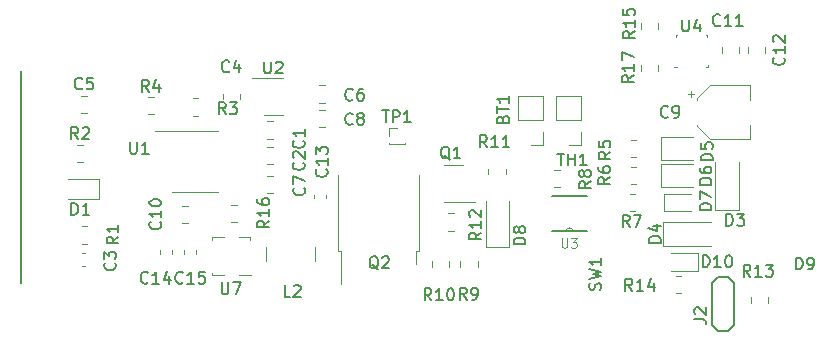
<source format=gbr>
%TF.GenerationSoftware,KiCad,Pcbnew,(7.0.0)*%
%TF.CreationDate,2023-04-17T14:45:16+03:00*%
%TF.ProjectId,sensor_system,73656e73-6f72-45f7-9379-7374656d2e6b,rev?*%
%TF.SameCoordinates,Original*%
%TF.FileFunction,Legend,Top*%
%TF.FilePolarity,Positive*%
%FSLAX46Y46*%
G04 Gerber Fmt 4.6, Leading zero omitted, Abs format (unit mm)*
G04 Created by KiCad (PCBNEW (7.0.0)) date 2023-04-17 14:45:16*
%MOMM*%
%LPD*%
G01*
G04 APERTURE LIST*
%ADD10C,0.200000*%
%ADD11C,0.150000*%
%ADD12C,0.100000*%
%ADD13C,0.120000*%
%ADD14C,0.152400*%
G04 APERTURE END LIST*
D10*
X91612500Y-47825000D02*
X91612500Y-29825000D01*
D11*
%TO.C,TP1*%
X122188095Y-33207380D02*
X122759523Y-33207380D01*
X122473809Y-34207380D02*
X122473809Y-33207380D01*
X123092857Y-34207380D02*
X123092857Y-33207380D01*
X123092857Y-33207380D02*
X123473809Y-33207380D01*
X123473809Y-33207380D02*
X123569047Y-33255000D01*
X123569047Y-33255000D02*
X123616666Y-33302619D01*
X123616666Y-33302619D02*
X123664285Y-33397857D01*
X123664285Y-33397857D02*
X123664285Y-33540714D01*
X123664285Y-33540714D02*
X123616666Y-33635952D01*
X123616666Y-33635952D02*
X123569047Y-33683571D01*
X123569047Y-33683571D02*
X123473809Y-33731190D01*
X123473809Y-33731190D02*
X123092857Y-33731190D01*
X124616666Y-34207380D02*
X124045238Y-34207380D01*
X124330952Y-34207380D02*
X124330952Y-33207380D01*
X124330952Y-33207380D02*
X124235714Y-33350238D01*
X124235714Y-33350238D02*
X124140476Y-33445476D01*
X124140476Y-33445476D02*
X124045238Y-33493095D01*
%TO.C,R3*%
X108933333Y-33517380D02*
X108600000Y-33041190D01*
X108361905Y-33517380D02*
X108361905Y-32517380D01*
X108361905Y-32517380D02*
X108742857Y-32517380D01*
X108742857Y-32517380D02*
X108838095Y-32565000D01*
X108838095Y-32565000D02*
X108885714Y-32612619D01*
X108885714Y-32612619D02*
X108933333Y-32707857D01*
X108933333Y-32707857D02*
X108933333Y-32850714D01*
X108933333Y-32850714D02*
X108885714Y-32945952D01*
X108885714Y-32945952D02*
X108838095Y-32993571D01*
X108838095Y-32993571D02*
X108742857Y-33041190D01*
X108742857Y-33041190D02*
X108361905Y-33041190D01*
X109266667Y-32517380D02*
X109885714Y-32517380D01*
X109885714Y-32517380D02*
X109552381Y-32898333D01*
X109552381Y-32898333D02*
X109695238Y-32898333D01*
X109695238Y-32898333D02*
X109790476Y-32945952D01*
X109790476Y-32945952D02*
X109838095Y-32993571D01*
X109838095Y-32993571D02*
X109885714Y-33088809D01*
X109885714Y-33088809D02*
X109885714Y-33326904D01*
X109885714Y-33326904D02*
X109838095Y-33422142D01*
X109838095Y-33422142D02*
X109790476Y-33469761D01*
X109790476Y-33469761D02*
X109695238Y-33517380D01*
X109695238Y-33517380D02*
X109409524Y-33517380D01*
X109409524Y-33517380D02*
X109314286Y-33469761D01*
X109314286Y-33469761D02*
X109266667Y-33422142D01*
%TO.C,R17*%
X143467380Y-30242857D02*
X142991190Y-30576190D01*
X143467380Y-30814285D02*
X142467380Y-30814285D01*
X142467380Y-30814285D02*
X142467380Y-30433333D01*
X142467380Y-30433333D02*
X142515000Y-30338095D01*
X142515000Y-30338095D02*
X142562619Y-30290476D01*
X142562619Y-30290476D02*
X142657857Y-30242857D01*
X142657857Y-30242857D02*
X142800714Y-30242857D01*
X142800714Y-30242857D02*
X142895952Y-30290476D01*
X142895952Y-30290476D02*
X142943571Y-30338095D01*
X142943571Y-30338095D02*
X142991190Y-30433333D01*
X142991190Y-30433333D02*
X142991190Y-30814285D01*
X143467380Y-29290476D02*
X143467380Y-29861904D01*
X143467380Y-29576190D02*
X142467380Y-29576190D01*
X142467380Y-29576190D02*
X142610238Y-29671428D01*
X142610238Y-29671428D02*
X142705476Y-29766666D01*
X142705476Y-29766666D02*
X142753095Y-29861904D01*
X142467380Y-28957142D02*
X142467380Y-28290476D01*
X142467380Y-28290476D02*
X143467380Y-28719047D01*
D12*
%TO.C,U3*%
X137390476Y-44043904D02*
X137390476Y-44691523D01*
X137390476Y-44691523D02*
X137428571Y-44767714D01*
X137428571Y-44767714D02*
X137466666Y-44805809D01*
X137466666Y-44805809D02*
X137542857Y-44843904D01*
X137542857Y-44843904D02*
X137695238Y-44843904D01*
X137695238Y-44843904D02*
X137771428Y-44805809D01*
X137771428Y-44805809D02*
X137809523Y-44767714D01*
X137809523Y-44767714D02*
X137847619Y-44691523D01*
X137847619Y-44691523D02*
X137847619Y-44043904D01*
X138152380Y-44043904D02*
X138647618Y-44043904D01*
X138647618Y-44043904D02*
X138380952Y-44348666D01*
X138380952Y-44348666D02*
X138495237Y-44348666D01*
X138495237Y-44348666D02*
X138571428Y-44386761D01*
X138571428Y-44386761D02*
X138609523Y-44424857D01*
X138609523Y-44424857D02*
X138647618Y-44501047D01*
X138647618Y-44501047D02*
X138647618Y-44691523D01*
X138647618Y-44691523D02*
X138609523Y-44767714D01*
X138609523Y-44767714D02*
X138571428Y-44805809D01*
X138571428Y-44805809D02*
X138495237Y-44843904D01*
X138495237Y-44843904D02*
X138266666Y-44843904D01*
X138266666Y-44843904D02*
X138190475Y-44805809D01*
X138190475Y-44805809D02*
X138152380Y-44767714D01*
D11*
%TO.C,D3*%
X151311905Y-42967380D02*
X151311905Y-41967380D01*
X151311905Y-41967380D02*
X151550000Y-41967380D01*
X151550000Y-41967380D02*
X151692857Y-42015000D01*
X151692857Y-42015000D02*
X151788095Y-42110238D01*
X151788095Y-42110238D02*
X151835714Y-42205476D01*
X151835714Y-42205476D02*
X151883333Y-42395952D01*
X151883333Y-42395952D02*
X151883333Y-42538809D01*
X151883333Y-42538809D02*
X151835714Y-42729285D01*
X151835714Y-42729285D02*
X151788095Y-42824523D01*
X151788095Y-42824523D02*
X151692857Y-42919761D01*
X151692857Y-42919761D02*
X151550000Y-42967380D01*
X151550000Y-42967380D02*
X151311905Y-42967380D01*
X152216667Y-41967380D02*
X152835714Y-41967380D01*
X152835714Y-41967380D02*
X152502381Y-42348333D01*
X152502381Y-42348333D02*
X152645238Y-42348333D01*
X152645238Y-42348333D02*
X152740476Y-42395952D01*
X152740476Y-42395952D02*
X152788095Y-42443571D01*
X152788095Y-42443571D02*
X152835714Y-42538809D01*
X152835714Y-42538809D02*
X152835714Y-42776904D01*
X152835714Y-42776904D02*
X152788095Y-42872142D01*
X152788095Y-42872142D02*
X152740476Y-42919761D01*
X152740476Y-42919761D02*
X152645238Y-42967380D01*
X152645238Y-42967380D02*
X152359524Y-42967380D01*
X152359524Y-42967380D02*
X152264286Y-42919761D01*
X152264286Y-42919761D02*
X152216667Y-42872142D01*
%TO.C,C7*%
X115572142Y-39766666D02*
X115619761Y-39814285D01*
X115619761Y-39814285D02*
X115667380Y-39957142D01*
X115667380Y-39957142D02*
X115667380Y-40052380D01*
X115667380Y-40052380D02*
X115619761Y-40195237D01*
X115619761Y-40195237D02*
X115524523Y-40290475D01*
X115524523Y-40290475D02*
X115429285Y-40338094D01*
X115429285Y-40338094D02*
X115238809Y-40385713D01*
X115238809Y-40385713D02*
X115095952Y-40385713D01*
X115095952Y-40385713D02*
X114905476Y-40338094D01*
X114905476Y-40338094D02*
X114810238Y-40290475D01*
X114810238Y-40290475D02*
X114715000Y-40195237D01*
X114715000Y-40195237D02*
X114667380Y-40052380D01*
X114667380Y-40052380D02*
X114667380Y-39957142D01*
X114667380Y-39957142D02*
X114715000Y-39814285D01*
X114715000Y-39814285D02*
X114762619Y-39766666D01*
X114667380Y-39433332D02*
X114667380Y-38766666D01*
X114667380Y-38766666D02*
X115667380Y-39195237D01*
%TO.C,C11*%
X150807142Y-25972142D02*
X150759523Y-26019761D01*
X150759523Y-26019761D02*
X150616666Y-26067380D01*
X150616666Y-26067380D02*
X150521428Y-26067380D01*
X150521428Y-26067380D02*
X150378571Y-26019761D01*
X150378571Y-26019761D02*
X150283333Y-25924523D01*
X150283333Y-25924523D02*
X150235714Y-25829285D01*
X150235714Y-25829285D02*
X150188095Y-25638809D01*
X150188095Y-25638809D02*
X150188095Y-25495952D01*
X150188095Y-25495952D02*
X150235714Y-25305476D01*
X150235714Y-25305476D02*
X150283333Y-25210238D01*
X150283333Y-25210238D02*
X150378571Y-25115000D01*
X150378571Y-25115000D02*
X150521428Y-25067380D01*
X150521428Y-25067380D02*
X150616666Y-25067380D01*
X150616666Y-25067380D02*
X150759523Y-25115000D01*
X150759523Y-25115000D02*
X150807142Y-25162619D01*
X151759523Y-26067380D02*
X151188095Y-26067380D01*
X151473809Y-26067380D02*
X151473809Y-25067380D01*
X151473809Y-25067380D02*
X151378571Y-25210238D01*
X151378571Y-25210238D02*
X151283333Y-25305476D01*
X151283333Y-25305476D02*
X151188095Y-25353095D01*
X152711904Y-26067380D02*
X152140476Y-26067380D01*
X152426190Y-26067380D02*
X152426190Y-25067380D01*
X152426190Y-25067380D02*
X152330952Y-25210238D01*
X152330952Y-25210238D02*
X152235714Y-25305476D01*
X152235714Y-25305476D02*
X152140476Y-25353095D01*
%TO.C,R5*%
X141517380Y-36716666D02*
X141041190Y-37049999D01*
X141517380Y-37288094D02*
X140517380Y-37288094D01*
X140517380Y-37288094D02*
X140517380Y-36907142D01*
X140517380Y-36907142D02*
X140565000Y-36811904D01*
X140565000Y-36811904D02*
X140612619Y-36764285D01*
X140612619Y-36764285D02*
X140707857Y-36716666D01*
X140707857Y-36716666D02*
X140850714Y-36716666D01*
X140850714Y-36716666D02*
X140945952Y-36764285D01*
X140945952Y-36764285D02*
X140993571Y-36811904D01*
X140993571Y-36811904D02*
X141041190Y-36907142D01*
X141041190Y-36907142D02*
X141041190Y-37288094D01*
X140517380Y-35811904D02*
X140517380Y-36288094D01*
X140517380Y-36288094D02*
X140993571Y-36335713D01*
X140993571Y-36335713D02*
X140945952Y-36288094D01*
X140945952Y-36288094D02*
X140898333Y-36192856D01*
X140898333Y-36192856D02*
X140898333Y-35954761D01*
X140898333Y-35954761D02*
X140945952Y-35859523D01*
X140945952Y-35859523D02*
X140993571Y-35811904D01*
X140993571Y-35811904D02*
X141088809Y-35764285D01*
X141088809Y-35764285D02*
X141326904Y-35764285D01*
X141326904Y-35764285D02*
X141422142Y-35811904D01*
X141422142Y-35811904D02*
X141469761Y-35859523D01*
X141469761Y-35859523D02*
X141517380Y-35954761D01*
X141517380Y-35954761D02*
X141517380Y-36192856D01*
X141517380Y-36192856D02*
X141469761Y-36288094D01*
X141469761Y-36288094D02*
X141422142Y-36335713D01*
%TO.C,D4*%
X145767380Y-44388094D02*
X144767380Y-44388094D01*
X144767380Y-44388094D02*
X144767380Y-44149999D01*
X144767380Y-44149999D02*
X144815000Y-44007142D01*
X144815000Y-44007142D02*
X144910238Y-43911904D01*
X144910238Y-43911904D02*
X145005476Y-43864285D01*
X145005476Y-43864285D02*
X145195952Y-43816666D01*
X145195952Y-43816666D02*
X145338809Y-43816666D01*
X145338809Y-43816666D02*
X145529285Y-43864285D01*
X145529285Y-43864285D02*
X145624523Y-43911904D01*
X145624523Y-43911904D02*
X145719761Y-44007142D01*
X145719761Y-44007142D02*
X145767380Y-44149999D01*
X145767380Y-44149999D02*
X145767380Y-44388094D01*
X145100714Y-42959523D02*
X145767380Y-42959523D01*
X144719761Y-43197618D02*
X145434047Y-43435713D01*
X145434047Y-43435713D02*
X145434047Y-42816666D01*
%TO.C,C13*%
X117472142Y-38192857D02*
X117519761Y-38240476D01*
X117519761Y-38240476D02*
X117567380Y-38383333D01*
X117567380Y-38383333D02*
X117567380Y-38478571D01*
X117567380Y-38478571D02*
X117519761Y-38621428D01*
X117519761Y-38621428D02*
X117424523Y-38716666D01*
X117424523Y-38716666D02*
X117329285Y-38764285D01*
X117329285Y-38764285D02*
X117138809Y-38811904D01*
X117138809Y-38811904D02*
X116995952Y-38811904D01*
X116995952Y-38811904D02*
X116805476Y-38764285D01*
X116805476Y-38764285D02*
X116710238Y-38716666D01*
X116710238Y-38716666D02*
X116615000Y-38621428D01*
X116615000Y-38621428D02*
X116567380Y-38478571D01*
X116567380Y-38478571D02*
X116567380Y-38383333D01*
X116567380Y-38383333D02*
X116615000Y-38240476D01*
X116615000Y-38240476D02*
X116662619Y-38192857D01*
X117567380Y-37240476D02*
X117567380Y-37811904D01*
X117567380Y-37526190D02*
X116567380Y-37526190D01*
X116567380Y-37526190D02*
X116710238Y-37621428D01*
X116710238Y-37621428D02*
X116805476Y-37716666D01*
X116805476Y-37716666D02*
X116853095Y-37811904D01*
X116567380Y-36907142D02*
X116567380Y-36288095D01*
X116567380Y-36288095D02*
X116948333Y-36621428D01*
X116948333Y-36621428D02*
X116948333Y-36478571D01*
X116948333Y-36478571D02*
X116995952Y-36383333D01*
X116995952Y-36383333D02*
X117043571Y-36335714D01*
X117043571Y-36335714D02*
X117138809Y-36288095D01*
X117138809Y-36288095D02*
X117376904Y-36288095D01*
X117376904Y-36288095D02*
X117472142Y-36335714D01*
X117472142Y-36335714D02*
X117519761Y-36383333D01*
X117519761Y-36383333D02*
X117567380Y-36478571D01*
X117567380Y-36478571D02*
X117567380Y-36764285D01*
X117567380Y-36764285D02*
X117519761Y-36859523D01*
X117519761Y-36859523D02*
X117472142Y-36907142D01*
%TO.C,R12*%
X130567380Y-43542857D02*
X130091190Y-43876190D01*
X130567380Y-44114285D02*
X129567380Y-44114285D01*
X129567380Y-44114285D02*
X129567380Y-43733333D01*
X129567380Y-43733333D02*
X129615000Y-43638095D01*
X129615000Y-43638095D02*
X129662619Y-43590476D01*
X129662619Y-43590476D02*
X129757857Y-43542857D01*
X129757857Y-43542857D02*
X129900714Y-43542857D01*
X129900714Y-43542857D02*
X129995952Y-43590476D01*
X129995952Y-43590476D02*
X130043571Y-43638095D01*
X130043571Y-43638095D02*
X130091190Y-43733333D01*
X130091190Y-43733333D02*
X130091190Y-44114285D01*
X130567380Y-42590476D02*
X130567380Y-43161904D01*
X130567380Y-42876190D02*
X129567380Y-42876190D01*
X129567380Y-42876190D02*
X129710238Y-42971428D01*
X129710238Y-42971428D02*
X129805476Y-43066666D01*
X129805476Y-43066666D02*
X129853095Y-43161904D01*
X129662619Y-42209523D02*
X129615000Y-42161904D01*
X129615000Y-42161904D02*
X129567380Y-42066666D01*
X129567380Y-42066666D02*
X129567380Y-41828571D01*
X129567380Y-41828571D02*
X129615000Y-41733333D01*
X129615000Y-41733333D02*
X129662619Y-41685714D01*
X129662619Y-41685714D02*
X129757857Y-41638095D01*
X129757857Y-41638095D02*
X129853095Y-41638095D01*
X129853095Y-41638095D02*
X129995952Y-41685714D01*
X129995952Y-41685714D02*
X130567380Y-42257142D01*
X130567380Y-42257142D02*
X130567380Y-41638095D01*
%TO.C,*%
%TO.C,C15*%
X105307142Y-47772142D02*
X105259523Y-47819761D01*
X105259523Y-47819761D02*
X105116666Y-47867380D01*
X105116666Y-47867380D02*
X105021428Y-47867380D01*
X105021428Y-47867380D02*
X104878571Y-47819761D01*
X104878571Y-47819761D02*
X104783333Y-47724523D01*
X104783333Y-47724523D02*
X104735714Y-47629285D01*
X104735714Y-47629285D02*
X104688095Y-47438809D01*
X104688095Y-47438809D02*
X104688095Y-47295952D01*
X104688095Y-47295952D02*
X104735714Y-47105476D01*
X104735714Y-47105476D02*
X104783333Y-47010238D01*
X104783333Y-47010238D02*
X104878571Y-46915000D01*
X104878571Y-46915000D02*
X105021428Y-46867380D01*
X105021428Y-46867380D02*
X105116666Y-46867380D01*
X105116666Y-46867380D02*
X105259523Y-46915000D01*
X105259523Y-46915000D02*
X105307142Y-46962619D01*
X106259523Y-47867380D02*
X105688095Y-47867380D01*
X105973809Y-47867380D02*
X105973809Y-46867380D01*
X105973809Y-46867380D02*
X105878571Y-47010238D01*
X105878571Y-47010238D02*
X105783333Y-47105476D01*
X105783333Y-47105476D02*
X105688095Y-47153095D01*
X107164285Y-46867380D02*
X106688095Y-46867380D01*
X106688095Y-46867380D02*
X106640476Y-47343571D01*
X106640476Y-47343571D02*
X106688095Y-47295952D01*
X106688095Y-47295952D02*
X106783333Y-47248333D01*
X106783333Y-47248333D02*
X107021428Y-47248333D01*
X107021428Y-47248333D02*
X107116666Y-47295952D01*
X107116666Y-47295952D02*
X107164285Y-47343571D01*
X107164285Y-47343571D02*
X107211904Y-47438809D01*
X107211904Y-47438809D02*
X107211904Y-47676904D01*
X107211904Y-47676904D02*
X107164285Y-47772142D01*
X107164285Y-47772142D02*
X107116666Y-47819761D01*
X107116666Y-47819761D02*
X107021428Y-47867380D01*
X107021428Y-47867380D02*
X106783333Y-47867380D01*
X106783333Y-47867380D02*
X106688095Y-47819761D01*
X106688095Y-47819761D02*
X106640476Y-47772142D01*
%TO.C,U4*%
X147588095Y-25517380D02*
X147588095Y-26326904D01*
X147588095Y-26326904D02*
X147635714Y-26422142D01*
X147635714Y-26422142D02*
X147683333Y-26469761D01*
X147683333Y-26469761D02*
X147778571Y-26517380D01*
X147778571Y-26517380D02*
X147969047Y-26517380D01*
X147969047Y-26517380D02*
X148064285Y-26469761D01*
X148064285Y-26469761D02*
X148111904Y-26422142D01*
X148111904Y-26422142D02*
X148159523Y-26326904D01*
X148159523Y-26326904D02*
X148159523Y-25517380D01*
X149064285Y-25850714D02*
X149064285Y-26517380D01*
X148826190Y-25469761D02*
X148588095Y-26184047D01*
X148588095Y-26184047D02*
X149207142Y-26184047D01*
%TO.C,R2*%
X96445833Y-35617380D02*
X96112500Y-35141190D01*
X95874405Y-35617380D02*
X95874405Y-34617380D01*
X95874405Y-34617380D02*
X96255357Y-34617380D01*
X96255357Y-34617380D02*
X96350595Y-34665000D01*
X96350595Y-34665000D02*
X96398214Y-34712619D01*
X96398214Y-34712619D02*
X96445833Y-34807857D01*
X96445833Y-34807857D02*
X96445833Y-34950714D01*
X96445833Y-34950714D02*
X96398214Y-35045952D01*
X96398214Y-35045952D02*
X96350595Y-35093571D01*
X96350595Y-35093571D02*
X96255357Y-35141190D01*
X96255357Y-35141190D02*
X95874405Y-35141190D01*
X96826786Y-34712619D02*
X96874405Y-34665000D01*
X96874405Y-34665000D02*
X96969643Y-34617380D01*
X96969643Y-34617380D02*
X97207738Y-34617380D01*
X97207738Y-34617380D02*
X97302976Y-34665000D01*
X97302976Y-34665000D02*
X97350595Y-34712619D01*
X97350595Y-34712619D02*
X97398214Y-34807857D01*
X97398214Y-34807857D02*
X97398214Y-34903095D01*
X97398214Y-34903095D02*
X97350595Y-35045952D01*
X97350595Y-35045952D02*
X96779167Y-35617380D01*
X96779167Y-35617380D02*
X97398214Y-35617380D01*
%TO.C,SW1*%
X140669761Y-48383332D02*
X140717380Y-48240475D01*
X140717380Y-48240475D02*
X140717380Y-48002380D01*
X140717380Y-48002380D02*
X140669761Y-47907142D01*
X140669761Y-47907142D02*
X140622142Y-47859523D01*
X140622142Y-47859523D02*
X140526904Y-47811904D01*
X140526904Y-47811904D02*
X140431666Y-47811904D01*
X140431666Y-47811904D02*
X140336428Y-47859523D01*
X140336428Y-47859523D02*
X140288809Y-47907142D01*
X140288809Y-47907142D02*
X140241190Y-48002380D01*
X140241190Y-48002380D02*
X140193571Y-48192856D01*
X140193571Y-48192856D02*
X140145952Y-48288094D01*
X140145952Y-48288094D02*
X140098333Y-48335713D01*
X140098333Y-48335713D02*
X140003095Y-48383332D01*
X140003095Y-48383332D02*
X139907857Y-48383332D01*
X139907857Y-48383332D02*
X139812619Y-48335713D01*
X139812619Y-48335713D02*
X139765000Y-48288094D01*
X139765000Y-48288094D02*
X139717380Y-48192856D01*
X139717380Y-48192856D02*
X139717380Y-47954761D01*
X139717380Y-47954761D02*
X139765000Y-47811904D01*
X139717380Y-47478570D02*
X140717380Y-47240475D01*
X140717380Y-47240475D02*
X140003095Y-47049999D01*
X140003095Y-47049999D02*
X140717380Y-46859523D01*
X140717380Y-46859523D02*
X139717380Y-46621428D01*
X140717380Y-45716666D02*
X140717380Y-46288094D01*
X140717380Y-46002380D02*
X139717380Y-46002380D01*
X139717380Y-46002380D02*
X139860238Y-46097618D01*
X139860238Y-46097618D02*
X139955476Y-46192856D01*
X139955476Y-46192856D02*
X140003095Y-46288094D01*
%TO.C,D6*%
X150067380Y-39488094D02*
X149067380Y-39488094D01*
X149067380Y-39488094D02*
X149067380Y-39249999D01*
X149067380Y-39249999D02*
X149115000Y-39107142D01*
X149115000Y-39107142D02*
X149210238Y-39011904D01*
X149210238Y-39011904D02*
X149305476Y-38964285D01*
X149305476Y-38964285D02*
X149495952Y-38916666D01*
X149495952Y-38916666D02*
X149638809Y-38916666D01*
X149638809Y-38916666D02*
X149829285Y-38964285D01*
X149829285Y-38964285D02*
X149924523Y-39011904D01*
X149924523Y-39011904D02*
X150019761Y-39107142D01*
X150019761Y-39107142D02*
X150067380Y-39249999D01*
X150067380Y-39249999D02*
X150067380Y-39488094D01*
X149067380Y-38059523D02*
X149067380Y-38249999D01*
X149067380Y-38249999D02*
X149115000Y-38345237D01*
X149115000Y-38345237D02*
X149162619Y-38392856D01*
X149162619Y-38392856D02*
X149305476Y-38488094D01*
X149305476Y-38488094D02*
X149495952Y-38535713D01*
X149495952Y-38535713D02*
X149876904Y-38535713D01*
X149876904Y-38535713D02*
X149972142Y-38488094D01*
X149972142Y-38488094D02*
X150019761Y-38440475D01*
X150019761Y-38440475D02*
X150067380Y-38345237D01*
X150067380Y-38345237D02*
X150067380Y-38154761D01*
X150067380Y-38154761D02*
X150019761Y-38059523D01*
X150019761Y-38059523D02*
X149972142Y-38011904D01*
X149972142Y-38011904D02*
X149876904Y-37964285D01*
X149876904Y-37964285D02*
X149638809Y-37964285D01*
X149638809Y-37964285D02*
X149543571Y-38011904D01*
X149543571Y-38011904D02*
X149495952Y-38059523D01*
X149495952Y-38059523D02*
X149448333Y-38154761D01*
X149448333Y-38154761D02*
X149448333Y-38345237D01*
X149448333Y-38345237D02*
X149495952Y-38440475D01*
X149495952Y-38440475D02*
X149543571Y-38488094D01*
X149543571Y-38488094D02*
X149638809Y-38535713D01*
%TO.C,R9*%
X129333333Y-49217380D02*
X129000000Y-48741190D01*
X128761905Y-49217380D02*
X128761905Y-48217380D01*
X128761905Y-48217380D02*
X129142857Y-48217380D01*
X129142857Y-48217380D02*
X129238095Y-48265000D01*
X129238095Y-48265000D02*
X129285714Y-48312619D01*
X129285714Y-48312619D02*
X129333333Y-48407857D01*
X129333333Y-48407857D02*
X129333333Y-48550714D01*
X129333333Y-48550714D02*
X129285714Y-48645952D01*
X129285714Y-48645952D02*
X129238095Y-48693571D01*
X129238095Y-48693571D02*
X129142857Y-48741190D01*
X129142857Y-48741190D02*
X128761905Y-48741190D01*
X129809524Y-49217380D02*
X130000000Y-49217380D01*
X130000000Y-49217380D02*
X130095238Y-49169761D01*
X130095238Y-49169761D02*
X130142857Y-49122142D01*
X130142857Y-49122142D02*
X130238095Y-48979285D01*
X130238095Y-48979285D02*
X130285714Y-48788809D01*
X130285714Y-48788809D02*
X130285714Y-48407857D01*
X130285714Y-48407857D02*
X130238095Y-48312619D01*
X130238095Y-48312619D02*
X130190476Y-48265000D01*
X130190476Y-48265000D02*
X130095238Y-48217380D01*
X130095238Y-48217380D02*
X129904762Y-48217380D01*
X129904762Y-48217380D02*
X129809524Y-48265000D01*
X129809524Y-48265000D02*
X129761905Y-48312619D01*
X129761905Y-48312619D02*
X129714286Y-48407857D01*
X129714286Y-48407857D02*
X129714286Y-48645952D01*
X129714286Y-48645952D02*
X129761905Y-48741190D01*
X129761905Y-48741190D02*
X129809524Y-48788809D01*
X129809524Y-48788809D02*
X129904762Y-48836428D01*
X129904762Y-48836428D02*
X130095238Y-48836428D01*
X130095238Y-48836428D02*
X130190476Y-48788809D01*
X130190476Y-48788809D02*
X130238095Y-48741190D01*
X130238095Y-48741190D02*
X130285714Y-48645952D01*
%TO.C,R7*%
X143133333Y-43067380D02*
X142800000Y-42591190D01*
X142561905Y-43067380D02*
X142561905Y-42067380D01*
X142561905Y-42067380D02*
X142942857Y-42067380D01*
X142942857Y-42067380D02*
X143038095Y-42115000D01*
X143038095Y-42115000D02*
X143085714Y-42162619D01*
X143085714Y-42162619D02*
X143133333Y-42257857D01*
X143133333Y-42257857D02*
X143133333Y-42400714D01*
X143133333Y-42400714D02*
X143085714Y-42495952D01*
X143085714Y-42495952D02*
X143038095Y-42543571D01*
X143038095Y-42543571D02*
X142942857Y-42591190D01*
X142942857Y-42591190D02*
X142561905Y-42591190D01*
X143466667Y-42067380D02*
X144133333Y-42067380D01*
X144133333Y-42067380D02*
X143704762Y-43067380D01*
%TO.C,C10*%
X103384642Y-42642857D02*
X103432261Y-42690476D01*
X103432261Y-42690476D02*
X103479880Y-42833333D01*
X103479880Y-42833333D02*
X103479880Y-42928571D01*
X103479880Y-42928571D02*
X103432261Y-43071428D01*
X103432261Y-43071428D02*
X103337023Y-43166666D01*
X103337023Y-43166666D02*
X103241785Y-43214285D01*
X103241785Y-43214285D02*
X103051309Y-43261904D01*
X103051309Y-43261904D02*
X102908452Y-43261904D01*
X102908452Y-43261904D02*
X102717976Y-43214285D01*
X102717976Y-43214285D02*
X102622738Y-43166666D01*
X102622738Y-43166666D02*
X102527500Y-43071428D01*
X102527500Y-43071428D02*
X102479880Y-42928571D01*
X102479880Y-42928571D02*
X102479880Y-42833333D01*
X102479880Y-42833333D02*
X102527500Y-42690476D01*
X102527500Y-42690476D02*
X102575119Y-42642857D01*
X103479880Y-41690476D02*
X103479880Y-42261904D01*
X103479880Y-41976190D02*
X102479880Y-41976190D01*
X102479880Y-41976190D02*
X102622738Y-42071428D01*
X102622738Y-42071428D02*
X102717976Y-42166666D01*
X102717976Y-42166666D02*
X102765595Y-42261904D01*
X102479880Y-41071428D02*
X102479880Y-40976190D01*
X102479880Y-40976190D02*
X102527500Y-40880952D01*
X102527500Y-40880952D02*
X102575119Y-40833333D01*
X102575119Y-40833333D02*
X102670357Y-40785714D01*
X102670357Y-40785714D02*
X102860833Y-40738095D01*
X102860833Y-40738095D02*
X103098928Y-40738095D01*
X103098928Y-40738095D02*
X103289404Y-40785714D01*
X103289404Y-40785714D02*
X103384642Y-40833333D01*
X103384642Y-40833333D02*
X103432261Y-40880952D01*
X103432261Y-40880952D02*
X103479880Y-40976190D01*
X103479880Y-40976190D02*
X103479880Y-41071428D01*
X103479880Y-41071428D02*
X103432261Y-41166666D01*
X103432261Y-41166666D02*
X103384642Y-41214285D01*
X103384642Y-41214285D02*
X103289404Y-41261904D01*
X103289404Y-41261904D02*
X103098928Y-41309523D01*
X103098928Y-41309523D02*
X102860833Y-41309523D01*
X102860833Y-41309523D02*
X102670357Y-41261904D01*
X102670357Y-41261904D02*
X102575119Y-41214285D01*
X102575119Y-41214285D02*
X102527500Y-41166666D01*
X102527500Y-41166666D02*
X102479880Y-41071428D01*
%TO.C,TH1*%
X137014286Y-36867380D02*
X137585714Y-36867380D01*
X137300000Y-37867380D02*
X137300000Y-36867380D01*
X137919048Y-37867380D02*
X137919048Y-36867380D01*
X137919048Y-37343571D02*
X138490476Y-37343571D01*
X138490476Y-37867380D02*
X138490476Y-36867380D01*
X139490476Y-37867380D02*
X138919048Y-37867380D01*
X139204762Y-37867380D02*
X139204762Y-36867380D01*
X139204762Y-36867380D02*
X139109524Y-37010238D01*
X139109524Y-37010238D02*
X139014286Y-37105476D01*
X139014286Y-37105476D02*
X138919048Y-37153095D01*
%TO.C,R13*%
X153357142Y-47267380D02*
X153023809Y-46791190D01*
X152785714Y-47267380D02*
X152785714Y-46267380D01*
X152785714Y-46267380D02*
X153166666Y-46267380D01*
X153166666Y-46267380D02*
X153261904Y-46315000D01*
X153261904Y-46315000D02*
X153309523Y-46362619D01*
X153309523Y-46362619D02*
X153357142Y-46457857D01*
X153357142Y-46457857D02*
X153357142Y-46600714D01*
X153357142Y-46600714D02*
X153309523Y-46695952D01*
X153309523Y-46695952D02*
X153261904Y-46743571D01*
X153261904Y-46743571D02*
X153166666Y-46791190D01*
X153166666Y-46791190D02*
X152785714Y-46791190D01*
X154309523Y-47267380D02*
X153738095Y-47267380D01*
X154023809Y-47267380D02*
X154023809Y-46267380D01*
X154023809Y-46267380D02*
X153928571Y-46410238D01*
X153928571Y-46410238D02*
X153833333Y-46505476D01*
X153833333Y-46505476D02*
X153738095Y-46553095D01*
X154642857Y-46267380D02*
X155261904Y-46267380D01*
X155261904Y-46267380D02*
X154928571Y-46648333D01*
X154928571Y-46648333D02*
X155071428Y-46648333D01*
X155071428Y-46648333D02*
X155166666Y-46695952D01*
X155166666Y-46695952D02*
X155214285Y-46743571D01*
X155214285Y-46743571D02*
X155261904Y-46838809D01*
X155261904Y-46838809D02*
X155261904Y-47076904D01*
X155261904Y-47076904D02*
X155214285Y-47172142D01*
X155214285Y-47172142D02*
X155166666Y-47219761D01*
X155166666Y-47219761D02*
X155071428Y-47267380D01*
X155071428Y-47267380D02*
X154785714Y-47267380D01*
X154785714Y-47267380D02*
X154690476Y-47219761D01*
X154690476Y-47219761D02*
X154642857Y-47172142D01*
%TO.C,C6*%
X119683333Y-32272142D02*
X119635714Y-32319761D01*
X119635714Y-32319761D02*
X119492857Y-32367380D01*
X119492857Y-32367380D02*
X119397619Y-32367380D01*
X119397619Y-32367380D02*
X119254762Y-32319761D01*
X119254762Y-32319761D02*
X119159524Y-32224523D01*
X119159524Y-32224523D02*
X119111905Y-32129285D01*
X119111905Y-32129285D02*
X119064286Y-31938809D01*
X119064286Y-31938809D02*
X119064286Y-31795952D01*
X119064286Y-31795952D02*
X119111905Y-31605476D01*
X119111905Y-31605476D02*
X119159524Y-31510238D01*
X119159524Y-31510238D02*
X119254762Y-31415000D01*
X119254762Y-31415000D02*
X119397619Y-31367380D01*
X119397619Y-31367380D02*
X119492857Y-31367380D01*
X119492857Y-31367380D02*
X119635714Y-31415000D01*
X119635714Y-31415000D02*
X119683333Y-31462619D01*
X120540476Y-31367380D02*
X120350000Y-31367380D01*
X120350000Y-31367380D02*
X120254762Y-31415000D01*
X120254762Y-31415000D02*
X120207143Y-31462619D01*
X120207143Y-31462619D02*
X120111905Y-31605476D01*
X120111905Y-31605476D02*
X120064286Y-31795952D01*
X120064286Y-31795952D02*
X120064286Y-32176904D01*
X120064286Y-32176904D02*
X120111905Y-32272142D01*
X120111905Y-32272142D02*
X120159524Y-32319761D01*
X120159524Y-32319761D02*
X120254762Y-32367380D01*
X120254762Y-32367380D02*
X120445238Y-32367380D01*
X120445238Y-32367380D02*
X120540476Y-32319761D01*
X120540476Y-32319761D02*
X120588095Y-32272142D01*
X120588095Y-32272142D02*
X120635714Y-32176904D01*
X120635714Y-32176904D02*
X120635714Y-31938809D01*
X120635714Y-31938809D02*
X120588095Y-31843571D01*
X120588095Y-31843571D02*
X120540476Y-31795952D01*
X120540476Y-31795952D02*
X120445238Y-31748333D01*
X120445238Y-31748333D02*
X120254762Y-31748333D01*
X120254762Y-31748333D02*
X120159524Y-31795952D01*
X120159524Y-31795952D02*
X120111905Y-31843571D01*
X120111905Y-31843571D02*
X120064286Y-31938809D01*
%TO.C,C4*%
X109233333Y-29872142D02*
X109185714Y-29919761D01*
X109185714Y-29919761D02*
X109042857Y-29967380D01*
X109042857Y-29967380D02*
X108947619Y-29967380D01*
X108947619Y-29967380D02*
X108804762Y-29919761D01*
X108804762Y-29919761D02*
X108709524Y-29824523D01*
X108709524Y-29824523D02*
X108661905Y-29729285D01*
X108661905Y-29729285D02*
X108614286Y-29538809D01*
X108614286Y-29538809D02*
X108614286Y-29395952D01*
X108614286Y-29395952D02*
X108661905Y-29205476D01*
X108661905Y-29205476D02*
X108709524Y-29110238D01*
X108709524Y-29110238D02*
X108804762Y-29015000D01*
X108804762Y-29015000D02*
X108947619Y-28967380D01*
X108947619Y-28967380D02*
X109042857Y-28967380D01*
X109042857Y-28967380D02*
X109185714Y-29015000D01*
X109185714Y-29015000D02*
X109233333Y-29062619D01*
X110090476Y-29300714D02*
X110090476Y-29967380D01*
X109852381Y-28919761D02*
X109614286Y-29634047D01*
X109614286Y-29634047D02*
X110233333Y-29634047D01*
%TO.C,J2*%
X148617380Y-50883333D02*
X149331666Y-50883333D01*
X149331666Y-50883333D02*
X149474523Y-50930952D01*
X149474523Y-50930952D02*
X149569761Y-51026190D01*
X149569761Y-51026190D02*
X149617380Y-51169047D01*
X149617380Y-51169047D02*
X149617380Y-51264285D01*
X148712619Y-50454761D02*
X148665000Y-50407142D01*
X148665000Y-50407142D02*
X148617380Y-50311904D01*
X148617380Y-50311904D02*
X148617380Y-50073809D01*
X148617380Y-50073809D02*
X148665000Y-49978571D01*
X148665000Y-49978571D02*
X148712619Y-49930952D01*
X148712619Y-49930952D02*
X148807857Y-49883333D01*
X148807857Y-49883333D02*
X148903095Y-49883333D01*
X148903095Y-49883333D02*
X149045952Y-49930952D01*
X149045952Y-49930952D02*
X149617380Y-50502380D01*
X149617380Y-50502380D02*
X149617380Y-49883333D01*
%TO.C,C2*%
X115522142Y-37616666D02*
X115569761Y-37664285D01*
X115569761Y-37664285D02*
X115617380Y-37807142D01*
X115617380Y-37807142D02*
X115617380Y-37902380D01*
X115617380Y-37902380D02*
X115569761Y-38045237D01*
X115569761Y-38045237D02*
X115474523Y-38140475D01*
X115474523Y-38140475D02*
X115379285Y-38188094D01*
X115379285Y-38188094D02*
X115188809Y-38235713D01*
X115188809Y-38235713D02*
X115045952Y-38235713D01*
X115045952Y-38235713D02*
X114855476Y-38188094D01*
X114855476Y-38188094D02*
X114760238Y-38140475D01*
X114760238Y-38140475D02*
X114665000Y-38045237D01*
X114665000Y-38045237D02*
X114617380Y-37902380D01*
X114617380Y-37902380D02*
X114617380Y-37807142D01*
X114617380Y-37807142D02*
X114665000Y-37664285D01*
X114665000Y-37664285D02*
X114712619Y-37616666D01*
X114712619Y-37235713D02*
X114665000Y-37188094D01*
X114665000Y-37188094D02*
X114617380Y-37092856D01*
X114617380Y-37092856D02*
X114617380Y-36854761D01*
X114617380Y-36854761D02*
X114665000Y-36759523D01*
X114665000Y-36759523D02*
X114712619Y-36711904D01*
X114712619Y-36711904D02*
X114807857Y-36664285D01*
X114807857Y-36664285D02*
X114903095Y-36664285D01*
X114903095Y-36664285D02*
X115045952Y-36711904D01*
X115045952Y-36711904D02*
X115617380Y-37283332D01*
X115617380Y-37283332D02*
X115617380Y-36664285D01*
%TO.C,R6*%
X141467380Y-38866666D02*
X140991190Y-39199999D01*
X141467380Y-39438094D02*
X140467380Y-39438094D01*
X140467380Y-39438094D02*
X140467380Y-39057142D01*
X140467380Y-39057142D02*
X140515000Y-38961904D01*
X140515000Y-38961904D02*
X140562619Y-38914285D01*
X140562619Y-38914285D02*
X140657857Y-38866666D01*
X140657857Y-38866666D02*
X140800714Y-38866666D01*
X140800714Y-38866666D02*
X140895952Y-38914285D01*
X140895952Y-38914285D02*
X140943571Y-38961904D01*
X140943571Y-38961904D02*
X140991190Y-39057142D01*
X140991190Y-39057142D02*
X140991190Y-39438094D01*
X140467380Y-38009523D02*
X140467380Y-38199999D01*
X140467380Y-38199999D02*
X140515000Y-38295237D01*
X140515000Y-38295237D02*
X140562619Y-38342856D01*
X140562619Y-38342856D02*
X140705476Y-38438094D01*
X140705476Y-38438094D02*
X140895952Y-38485713D01*
X140895952Y-38485713D02*
X141276904Y-38485713D01*
X141276904Y-38485713D02*
X141372142Y-38438094D01*
X141372142Y-38438094D02*
X141419761Y-38390475D01*
X141419761Y-38390475D02*
X141467380Y-38295237D01*
X141467380Y-38295237D02*
X141467380Y-38104761D01*
X141467380Y-38104761D02*
X141419761Y-38009523D01*
X141419761Y-38009523D02*
X141372142Y-37961904D01*
X141372142Y-37961904D02*
X141276904Y-37914285D01*
X141276904Y-37914285D02*
X141038809Y-37914285D01*
X141038809Y-37914285D02*
X140943571Y-37961904D01*
X140943571Y-37961904D02*
X140895952Y-38009523D01*
X140895952Y-38009523D02*
X140848333Y-38104761D01*
X140848333Y-38104761D02*
X140848333Y-38295237D01*
X140848333Y-38295237D02*
X140895952Y-38390475D01*
X140895952Y-38390475D02*
X140943571Y-38438094D01*
X140943571Y-38438094D02*
X141038809Y-38485713D01*
%TO.C,R14*%
X143357142Y-48467380D02*
X143023809Y-47991190D01*
X142785714Y-48467380D02*
X142785714Y-47467380D01*
X142785714Y-47467380D02*
X143166666Y-47467380D01*
X143166666Y-47467380D02*
X143261904Y-47515000D01*
X143261904Y-47515000D02*
X143309523Y-47562619D01*
X143309523Y-47562619D02*
X143357142Y-47657857D01*
X143357142Y-47657857D02*
X143357142Y-47800714D01*
X143357142Y-47800714D02*
X143309523Y-47895952D01*
X143309523Y-47895952D02*
X143261904Y-47943571D01*
X143261904Y-47943571D02*
X143166666Y-47991190D01*
X143166666Y-47991190D02*
X142785714Y-47991190D01*
X144309523Y-48467380D02*
X143738095Y-48467380D01*
X144023809Y-48467380D02*
X144023809Y-47467380D01*
X144023809Y-47467380D02*
X143928571Y-47610238D01*
X143928571Y-47610238D02*
X143833333Y-47705476D01*
X143833333Y-47705476D02*
X143738095Y-47753095D01*
X145166666Y-47800714D02*
X145166666Y-48467380D01*
X144928571Y-47419761D02*
X144690476Y-48134047D01*
X144690476Y-48134047D02*
X145309523Y-48134047D01*
%TO.C,*%
%TO.C,R11*%
X131057142Y-36317380D02*
X130723809Y-35841190D01*
X130485714Y-36317380D02*
X130485714Y-35317380D01*
X130485714Y-35317380D02*
X130866666Y-35317380D01*
X130866666Y-35317380D02*
X130961904Y-35365000D01*
X130961904Y-35365000D02*
X131009523Y-35412619D01*
X131009523Y-35412619D02*
X131057142Y-35507857D01*
X131057142Y-35507857D02*
X131057142Y-35650714D01*
X131057142Y-35650714D02*
X131009523Y-35745952D01*
X131009523Y-35745952D02*
X130961904Y-35793571D01*
X130961904Y-35793571D02*
X130866666Y-35841190D01*
X130866666Y-35841190D02*
X130485714Y-35841190D01*
X132009523Y-36317380D02*
X131438095Y-36317380D01*
X131723809Y-36317380D02*
X131723809Y-35317380D01*
X131723809Y-35317380D02*
X131628571Y-35460238D01*
X131628571Y-35460238D02*
X131533333Y-35555476D01*
X131533333Y-35555476D02*
X131438095Y-35603095D01*
X132961904Y-36317380D02*
X132390476Y-36317380D01*
X132676190Y-36317380D02*
X132676190Y-35317380D01*
X132676190Y-35317380D02*
X132580952Y-35460238D01*
X132580952Y-35460238D02*
X132485714Y-35555476D01*
X132485714Y-35555476D02*
X132390476Y-35603095D01*
%TO.C,C14*%
X102357142Y-47772142D02*
X102309523Y-47819761D01*
X102309523Y-47819761D02*
X102166666Y-47867380D01*
X102166666Y-47867380D02*
X102071428Y-47867380D01*
X102071428Y-47867380D02*
X101928571Y-47819761D01*
X101928571Y-47819761D02*
X101833333Y-47724523D01*
X101833333Y-47724523D02*
X101785714Y-47629285D01*
X101785714Y-47629285D02*
X101738095Y-47438809D01*
X101738095Y-47438809D02*
X101738095Y-47295952D01*
X101738095Y-47295952D02*
X101785714Y-47105476D01*
X101785714Y-47105476D02*
X101833333Y-47010238D01*
X101833333Y-47010238D02*
X101928571Y-46915000D01*
X101928571Y-46915000D02*
X102071428Y-46867380D01*
X102071428Y-46867380D02*
X102166666Y-46867380D01*
X102166666Y-46867380D02*
X102309523Y-46915000D01*
X102309523Y-46915000D02*
X102357142Y-46962619D01*
X103309523Y-47867380D02*
X102738095Y-47867380D01*
X103023809Y-47867380D02*
X103023809Y-46867380D01*
X103023809Y-46867380D02*
X102928571Y-47010238D01*
X102928571Y-47010238D02*
X102833333Y-47105476D01*
X102833333Y-47105476D02*
X102738095Y-47153095D01*
X104166666Y-47200714D02*
X104166666Y-47867380D01*
X103928571Y-46819761D02*
X103690476Y-47534047D01*
X103690476Y-47534047D02*
X104309523Y-47534047D01*
%TO.C,U7*%
X108588095Y-47767380D02*
X108588095Y-48576904D01*
X108588095Y-48576904D02*
X108635714Y-48672142D01*
X108635714Y-48672142D02*
X108683333Y-48719761D01*
X108683333Y-48719761D02*
X108778571Y-48767380D01*
X108778571Y-48767380D02*
X108969047Y-48767380D01*
X108969047Y-48767380D02*
X109064285Y-48719761D01*
X109064285Y-48719761D02*
X109111904Y-48672142D01*
X109111904Y-48672142D02*
X109159523Y-48576904D01*
X109159523Y-48576904D02*
X109159523Y-47767380D01*
X109540476Y-47767380D02*
X110207142Y-47767380D01*
X110207142Y-47767380D02*
X109778571Y-48767380D01*
%TO.C,D7*%
X150067380Y-41638094D02*
X149067380Y-41638094D01*
X149067380Y-41638094D02*
X149067380Y-41399999D01*
X149067380Y-41399999D02*
X149115000Y-41257142D01*
X149115000Y-41257142D02*
X149210238Y-41161904D01*
X149210238Y-41161904D02*
X149305476Y-41114285D01*
X149305476Y-41114285D02*
X149495952Y-41066666D01*
X149495952Y-41066666D02*
X149638809Y-41066666D01*
X149638809Y-41066666D02*
X149829285Y-41114285D01*
X149829285Y-41114285D02*
X149924523Y-41161904D01*
X149924523Y-41161904D02*
X150019761Y-41257142D01*
X150019761Y-41257142D02*
X150067380Y-41399999D01*
X150067380Y-41399999D02*
X150067380Y-41638094D01*
X149067380Y-40733332D02*
X149067380Y-40066666D01*
X149067380Y-40066666D02*
X150067380Y-40495237D01*
%TO.C,L2*%
X114415833Y-48997380D02*
X113939643Y-48997380D01*
X113939643Y-48997380D02*
X113939643Y-47997380D01*
X114701548Y-48092619D02*
X114749167Y-48045000D01*
X114749167Y-48045000D02*
X114844405Y-47997380D01*
X114844405Y-47997380D02*
X115082500Y-47997380D01*
X115082500Y-47997380D02*
X115177738Y-48045000D01*
X115177738Y-48045000D02*
X115225357Y-48092619D01*
X115225357Y-48092619D02*
X115272976Y-48187857D01*
X115272976Y-48187857D02*
X115272976Y-48283095D01*
X115272976Y-48283095D02*
X115225357Y-48425952D01*
X115225357Y-48425952D02*
X114653929Y-48997380D01*
X114653929Y-48997380D02*
X115272976Y-48997380D01*
%TO.C,C12*%
X156172142Y-28742857D02*
X156219761Y-28790476D01*
X156219761Y-28790476D02*
X156267380Y-28933333D01*
X156267380Y-28933333D02*
X156267380Y-29028571D01*
X156267380Y-29028571D02*
X156219761Y-29171428D01*
X156219761Y-29171428D02*
X156124523Y-29266666D01*
X156124523Y-29266666D02*
X156029285Y-29314285D01*
X156029285Y-29314285D02*
X155838809Y-29361904D01*
X155838809Y-29361904D02*
X155695952Y-29361904D01*
X155695952Y-29361904D02*
X155505476Y-29314285D01*
X155505476Y-29314285D02*
X155410238Y-29266666D01*
X155410238Y-29266666D02*
X155315000Y-29171428D01*
X155315000Y-29171428D02*
X155267380Y-29028571D01*
X155267380Y-29028571D02*
X155267380Y-28933333D01*
X155267380Y-28933333D02*
X155315000Y-28790476D01*
X155315000Y-28790476D02*
X155362619Y-28742857D01*
X156267380Y-27790476D02*
X156267380Y-28361904D01*
X156267380Y-28076190D02*
X155267380Y-28076190D01*
X155267380Y-28076190D02*
X155410238Y-28171428D01*
X155410238Y-28171428D02*
X155505476Y-28266666D01*
X155505476Y-28266666D02*
X155553095Y-28361904D01*
X155362619Y-27409523D02*
X155315000Y-27361904D01*
X155315000Y-27361904D02*
X155267380Y-27266666D01*
X155267380Y-27266666D02*
X155267380Y-27028571D01*
X155267380Y-27028571D02*
X155315000Y-26933333D01*
X155315000Y-26933333D02*
X155362619Y-26885714D01*
X155362619Y-26885714D02*
X155457857Y-26838095D01*
X155457857Y-26838095D02*
X155553095Y-26838095D01*
X155553095Y-26838095D02*
X155695952Y-26885714D01*
X155695952Y-26885714D02*
X156267380Y-27457142D01*
X156267380Y-27457142D02*
X156267380Y-26838095D01*
%TO.C,Q2*%
X121854761Y-46662619D02*
X121759523Y-46615000D01*
X121759523Y-46615000D02*
X121664285Y-46519761D01*
X121664285Y-46519761D02*
X121521428Y-46376904D01*
X121521428Y-46376904D02*
X121426190Y-46329285D01*
X121426190Y-46329285D02*
X121330952Y-46329285D01*
X121378571Y-46567380D02*
X121283333Y-46519761D01*
X121283333Y-46519761D02*
X121188095Y-46424523D01*
X121188095Y-46424523D02*
X121140476Y-46234047D01*
X121140476Y-46234047D02*
X121140476Y-45900714D01*
X121140476Y-45900714D02*
X121188095Y-45710238D01*
X121188095Y-45710238D02*
X121283333Y-45615000D01*
X121283333Y-45615000D02*
X121378571Y-45567380D01*
X121378571Y-45567380D02*
X121569047Y-45567380D01*
X121569047Y-45567380D02*
X121664285Y-45615000D01*
X121664285Y-45615000D02*
X121759523Y-45710238D01*
X121759523Y-45710238D02*
X121807142Y-45900714D01*
X121807142Y-45900714D02*
X121807142Y-46234047D01*
X121807142Y-46234047D02*
X121759523Y-46424523D01*
X121759523Y-46424523D02*
X121664285Y-46519761D01*
X121664285Y-46519761D02*
X121569047Y-46567380D01*
X121569047Y-46567380D02*
X121378571Y-46567380D01*
X122188095Y-45662619D02*
X122235714Y-45615000D01*
X122235714Y-45615000D02*
X122330952Y-45567380D01*
X122330952Y-45567380D02*
X122569047Y-45567380D01*
X122569047Y-45567380D02*
X122664285Y-45615000D01*
X122664285Y-45615000D02*
X122711904Y-45662619D01*
X122711904Y-45662619D02*
X122759523Y-45757857D01*
X122759523Y-45757857D02*
X122759523Y-45853095D01*
X122759523Y-45853095D02*
X122711904Y-45995952D01*
X122711904Y-45995952D02*
X122140476Y-46567380D01*
X122140476Y-46567380D02*
X122759523Y-46567380D01*
%TO.C,U2*%
X112188095Y-29067380D02*
X112188095Y-29876904D01*
X112188095Y-29876904D02*
X112235714Y-29972142D01*
X112235714Y-29972142D02*
X112283333Y-30019761D01*
X112283333Y-30019761D02*
X112378571Y-30067380D01*
X112378571Y-30067380D02*
X112569047Y-30067380D01*
X112569047Y-30067380D02*
X112664285Y-30019761D01*
X112664285Y-30019761D02*
X112711904Y-29972142D01*
X112711904Y-29972142D02*
X112759523Y-29876904D01*
X112759523Y-29876904D02*
X112759523Y-29067380D01*
X113188095Y-29162619D02*
X113235714Y-29115000D01*
X113235714Y-29115000D02*
X113330952Y-29067380D01*
X113330952Y-29067380D02*
X113569047Y-29067380D01*
X113569047Y-29067380D02*
X113664285Y-29115000D01*
X113664285Y-29115000D02*
X113711904Y-29162619D01*
X113711904Y-29162619D02*
X113759523Y-29257857D01*
X113759523Y-29257857D02*
X113759523Y-29353095D01*
X113759523Y-29353095D02*
X113711904Y-29495952D01*
X113711904Y-29495952D02*
X113140476Y-30067380D01*
X113140476Y-30067380D02*
X113759523Y-30067380D01*
%TO.C,R4*%
X102433333Y-31617380D02*
X102100000Y-31141190D01*
X101861905Y-31617380D02*
X101861905Y-30617380D01*
X101861905Y-30617380D02*
X102242857Y-30617380D01*
X102242857Y-30617380D02*
X102338095Y-30665000D01*
X102338095Y-30665000D02*
X102385714Y-30712619D01*
X102385714Y-30712619D02*
X102433333Y-30807857D01*
X102433333Y-30807857D02*
X102433333Y-30950714D01*
X102433333Y-30950714D02*
X102385714Y-31045952D01*
X102385714Y-31045952D02*
X102338095Y-31093571D01*
X102338095Y-31093571D02*
X102242857Y-31141190D01*
X102242857Y-31141190D02*
X101861905Y-31141190D01*
X103290476Y-30950714D02*
X103290476Y-31617380D01*
X103052381Y-30569761D02*
X102814286Y-31284047D01*
X102814286Y-31284047D02*
X103433333Y-31284047D01*
%TO.C,D5*%
X150167380Y-37438094D02*
X149167380Y-37438094D01*
X149167380Y-37438094D02*
X149167380Y-37199999D01*
X149167380Y-37199999D02*
X149215000Y-37057142D01*
X149215000Y-37057142D02*
X149310238Y-36961904D01*
X149310238Y-36961904D02*
X149405476Y-36914285D01*
X149405476Y-36914285D02*
X149595952Y-36866666D01*
X149595952Y-36866666D02*
X149738809Y-36866666D01*
X149738809Y-36866666D02*
X149929285Y-36914285D01*
X149929285Y-36914285D02*
X150024523Y-36961904D01*
X150024523Y-36961904D02*
X150119761Y-37057142D01*
X150119761Y-37057142D02*
X150167380Y-37199999D01*
X150167380Y-37199999D02*
X150167380Y-37438094D01*
X149167380Y-35961904D02*
X149167380Y-36438094D01*
X149167380Y-36438094D02*
X149643571Y-36485713D01*
X149643571Y-36485713D02*
X149595952Y-36438094D01*
X149595952Y-36438094D02*
X149548333Y-36342856D01*
X149548333Y-36342856D02*
X149548333Y-36104761D01*
X149548333Y-36104761D02*
X149595952Y-36009523D01*
X149595952Y-36009523D02*
X149643571Y-35961904D01*
X149643571Y-35961904D02*
X149738809Y-35914285D01*
X149738809Y-35914285D02*
X149976904Y-35914285D01*
X149976904Y-35914285D02*
X150072142Y-35961904D01*
X150072142Y-35961904D02*
X150119761Y-36009523D01*
X150119761Y-36009523D02*
X150167380Y-36104761D01*
X150167380Y-36104761D02*
X150167380Y-36342856D01*
X150167380Y-36342856D02*
X150119761Y-36438094D01*
X150119761Y-36438094D02*
X150072142Y-36485713D01*
%TO.C,R15*%
X143567380Y-26480357D02*
X143091190Y-26813690D01*
X143567380Y-27051785D02*
X142567380Y-27051785D01*
X142567380Y-27051785D02*
X142567380Y-26670833D01*
X142567380Y-26670833D02*
X142615000Y-26575595D01*
X142615000Y-26575595D02*
X142662619Y-26527976D01*
X142662619Y-26527976D02*
X142757857Y-26480357D01*
X142757857Y-26480357D02*
X142900714Y-26480357D01*
X142900714Y-26480357D02*
X142995952Y-26527976D01*
X142995952Y-26527976D02*
X143043571Y-26575595D01*
X143043571Y-26575595D02*
X143091190Y-26670833D01*
X143091190Y-26670833D02*
X143091190Y-27051785D01*
X143567380Y-25527976D02*
X143567380Y-26099404D01*
X143567380Y-25813690D02*
X142567380Y-25813690D01*
X142567380Y-25813690D02*
X142710238Y-25908928D01*
X142710238Y-25908928D02*
X142805476Y-26004166D01*
X142805476Y-26004166D02*
X142853095Y-26099404D01*
X142567380Y-24623214D02*
X142567380Y-25099404D01*
X142567380Y-25099404D02*
X143043571Y-25147023D01*
X143043571Y-25147023D02*
X142995952Y-25099404D01*
X142995952Y-25099404D02*
X142948333Y-25004166D01*
X142948333Y-25004166D02*
X142948333Y-24766071D01*
X142948333Y-24766071D02*
X142995952Y-24670833D01*
X142995952Y-24670833D02*
X143043571Y-24623214D01*
X143043571Y-24623214D02*
X143138809Y-24575595D01*
X143138809Y-24575595D02*
X143376904Y-24575595D01*
X143376904Y-24575595D02*
X143472142Y-24623214D01*
X143472142Y-24623214D02*
X143519761Y-24670833D01*
X143519761Y-24670833D02*
X143567380Y-24766071D01*
X143567380Y-24766071D02*
X143567380Y-25004166D01*
X143567380Y-25004166D02*
X143519761Y-25099404D01*
X143519761Y-25099404D02*
X143472142Y-25147023D01*
%TO.C,C3*%
X99559642Y-46116666D02*
X99607261Y-46164285D01*
X99607261Y-46164285D02*
X99654880Y-46307142D01*
X99654880Y-46307142D02*
X99654880Y-46402380D01*
X99654880Y-46402380D02*
X99607261Y-46545237D01*
X99607261Y-46545237D02*
X99512023Y-46640475D01*
X99512023Y-46640475D02*
X99416785Y-46688094D01*
X99416785Y-46688094D02*
X99226309Y-46735713D01*
X99226309Y-46735713D02*
X99083452Y-46735713D01*
X99083452Y-46735713D02*
X98892976Y-46688094D01*
X98892976Y-46688094D02*
X98797738Y-46640475D01*
X98797738Y-46640475D02*
X98702500Y-46545237D01*
X98702500Y-46545237D02*
X98654880Y-46402380D01*
X98654880Y-46402380D02*
X98654880Y-46307142D01*
X98654880Y-46307142D02*
X98702500Y-46164285D01*
X98702500Y-46164285D02*
X98750119Y-46116666D01*
X98654880Y-45783332D02*
X98654880Y-45164285D01*
X98654880Y-45164285D02*
X99035833Y-45497618D01*
X99035833Y-45497618D02*
X99035833Y-45354761D01*
X99035833Y-45354761D02*
X99083452Y-45259523D01*
X99083452Y-45259523D02*
X99131071Y-45211904D01*
X99131071Y-45211904D02*
X99226309Y-45164285D01*
X99226309Y-45164285D02*
X99464404Y-45164285D01*
X99464404Y-45164285D02*
X99559642Y-45211904D01*
X99559642Y-45211904D02*
X99607261Y-45259523D01*
X99607261Y-45259523D02*
X99654880Y-45354761D01*
X99654880Y-45354761D02*
X99654880Y-45640475D01*
X99654880Y-45640475D02*
X99607261Y-45735713D01*
X99607261Y-45735713D02*
X99559642Y-45783332D01*
%TO.C,D8*%
X134317380Y-44538094D02*
X133317380Y-44538094D01*
X133317380Y-44538094D02*
X133317380Y-44299999D01*
X133317380Y-44299999D02*
X133365000Y-44157142D01*
X133365000Y-44157142D02*
X133460238Y-44061904D01*
X133460238Y-44061904D02*
X133555476Y-44014285D01*
X133555476Y-44014285D02*
X133745952Y-43966666D01*
X133745952Y-43966666D02*
X133888809Y-43966666D01*
X133888809Y-43966666D02*
X134079285Y-44014285D01*
X134079285Y-44014285D02*
X134174523Y-44061904D01*
X134174523Y-44061904D02*
X134269761Y-44157142D01*
X134269761Y-44157142D02*
X134317380Y-44299999D01*
X134317380Y-44299999D02*
X134317380Y-44538094D01*
X133745952Y-43395237D02*
X133698333Y-43490475D01*
X133698333Y-43490475D02*
X133650714Y-43538094D01*
X133650714Y-43538094D02*
X133555476Y-43585713D01*
X133555476Y-43585713D02*
X133507857Y-43585713D01*
X133507857Y-43585713D02*
X133412619Y-43538094D01*
X133412619Y-43538094D02*
X133365000Y-43490475D01*
X133365000Y-43490475D02*
X133317380Y-43395237D01*
X133317380Y-43395237D02*
X133317380Y-43204761D01*
X133317380Y-43204761D02*
X133365000Y-43109523D01*
X133365000Y-43109523D02*
X133412619Y-43061904D01*
X133412619Y-43061904D02*
X133507857Y-43014285D01*
X133507857Y-43014285D02*
X133555476Y-43014285D01*
X133555476Y-43014285D02*
X133650714Y-43061904D01*
X133650714Y-43061904D02*
X133698333Y-43109523D01*
X133698333Y-43109523D02*
X133745952Y-43204761D01*
X133745952Y-43204761D02*
X133745952Y-43395237D01*
X133745952Y-43395237D02*
X133793571Y-43490475D01*
X133793571Y-43490475D02*
X133841190Y-43538094D01*
X133841190Y-43538094D02*
X133936428Y-43585713D01*
X133936428Y-43585713D02*
X134126904Y-43585713D01*
X134126904Y-43585713D02*
X134222142Y-43538094D01*
X134222142Y-43538094D02*
X134269761Y-43490475D01*
X134269761Y-43490475D02*
X134317380Y-43395237D01*
X134317380Y-43395237D02*
X134317380Y-43204761D01*
X134317380Y-43204761D02*
X134269761Y-43109523D01*
X134269761Y-43109523D02*
X134222142Y-43061904D01*
X134222142Y-43061904D02*
X134126904Y-43014285D01*
X134126904Y-43014285D02*
X133936428Y-43014285D01*
X133936428Y-43014285D02*
X133841190Y-43061904D01*
X133841190Y-43061904D02*
X133793571Y-43109523D01*
X133793571Y-43109523D02*
X133745952Y-43204761D01*
%TO.C,*%
%TO.C,D9*%
X157211905Y-46667380D02*
X157211905Y-45667380D01*
X157211905Y-45667380D02*
X157450000Y-45667380D01*
X157450000Y-45667380D02*
X157592857Y-45715000D01*
X157592857Y-45715000D02*
X157688095Y-45810238D01*
X157688095Y-45810238D02*
X157735714Y-45905476D01*
X157735714Y-45905476D02*
X157783333Y-46095952D01*
X157783333Y-46095952D02*
X157783333Y-46238809D01*
X157783333Y-46238809D02*
X157735714Y-46429285D01*
X157735714Y-46429285D02*
X157688095Y-46524523D01*
X157688095Y-46524523D02*
X157592857Y-46619761D01*
X157592857Y-46619761D02*
X157450000Y-46667380D01*
X157450000Y-46667380D02*
X157211905Y-46667380D01*
X158259524Y-46667380D02*
X158450000Y-46667380D01*
X158450000Y-46667380D02*
X158545238Y-46619761D01*
X158545238Y-46619761D02*
X158592857Y-46572142D01*
X158592857Y-46572142D02*
X158688095Y-46429285D01*
X158688095Y-46429285D02*
X158735714Y-46238809D01*
X158735714Y-46238809D02*
X158735714Y-45857857D01*
X158735714Y-45857857D02*
X158688095Y-45762619D01*
X158688095Y-45762619D02*
X158640476Y-45715000D01*
X158640476Y-45715000D02*
X158545238Y-45667380D01*
X158545238Y-45667380D02*
X158354762Y-45667380D01*
X158354762Y-45667380D02*
X158259524Y-45715000D01*
X158259524Y-45715000D02*
X158211905Y-45762619D01*
X158211905Y-45762619D02*
X158164286Y-45857857D01*
X158164286Y-45857857D02*
X158164286Y-46095952D01*
X158164286Y-46095952D02*
X158211905Y-46191190D01*
X158211905Y-46191190D02*
X158259524Y-46238809D01*
X158259524Y-46238809D02*
X158354762Y-46286428D01*
X158354762Y-46286428D02*
X158545238Y-46286428D01*
X158545238Y-46286428D02*
X158640476Y-46238809D01*
X158640476Y-46238809D02*
X158688095Y-46191190D01*
X158688095Y-46191190D02*
X158735714Y-46095952D01*
%TO.C,R1*%
X99854880Y-43891666D02*
X99378690Y-44224999D01*
X99854880Y-44463094D02*
X98854880Y-44463094D01*
X98854880Y-44463094D02*
X98854880Y-44082142D01*
X98854880Y-44082142D02*
X98902500Y-43986904D01*
X98902500Y-43986904D02*
X98950119Y-43939285D01*
X98950119Y-43939285D02*
X99045357Y-43891666D01*
X99045357Y-43891666D02*
X99188214Y-43891666D01*
X99188214Y-43891666D02*
X99283452Y-43939285D01*
X99283452Y-43939285D02*
X99331071Y-43986904D01*
X99331071Y-43986904D02*
X99378690Y-44082142D01*
X99378690Y-44082142D02*
X99378690Y-44463094D01*
X99854880Y-42939285D02*
X99854880Y-43510713D01*
X99854880Y-43224999D02*
X98854880Y-43224999D01*
X98854880Y-43224999D02*
X98997738Y-43320237D01*
X98997738Y-43320237D02*
X99092976Y-43415475D01*
X99092976Y-43415475D02*
X99140595Y-43510713D01*
%TO.C,D1*%
X95874405Y-42042380D02*
X95874405Y-41042380D01*
X95874405Y-41042380D02*
X96112500Y-41042380D01*
X96112500Y-41042380D02*
X96255357Y-41090000D01*
X96255357Y-41090000D02*
X96350595Y-41185238D01*
X96350595Y-41185238D02*
X96398214Y-41280476D01*
X96398214Y-41280476D02*
X96445833Y-41470952D01*
X96445833Y-41470952D02*
X96445833Y-41613809D01*
X96445833Y-41613809D02*
X96398214Y-41804285D01*
X96398214Y-41804285D02*
X96350595Y-41899523D01*
X96350595Y-41899523D02*
X96255357Y-41994761D01*
X96255357Y-41994761D02*
X96112500Y-42042380D01*
X96112500Y-42042380D02*
X95874405Y-42042380D01*
X97398214Y-42042380D02*
X96826786Y-42042380D01*
X97112500Y-42042380D02*
X97112500Y-41042380D01*
X97112500Y-41042380D02*
X97017262Y-41185238D01*
X97017262Y-41185238D02*
X96922024Y-41280476D01*
X96922024Y-41280476D02*
X96826786Y-41328095D01*
%TO.C,R8*%
X139867380Y-39216666D02*
X139391190Y-39549999D01*
X139867380Y-39788094D02*
X138867380Y-39788094D01*
X138867380Y-39788094D02*
X138867380Y-39407142D01*
X138867380Y-39407142D02*
X138915000Y-39311904D01*
X138915000Y-39311904D02*
X138962619Y-39264285D01*
X138962619Y-39264285D02*
X139057857Y-39216666D01*
X139057857Y-39216666D02*
X139200714Y-39216666D01*
X139200714Y-39216666D02*
X139295952Y-39264285D01*
X139295952Y-39264285D02*
X139343571Y-39311904D01*
X139343571Y-39311904D02*
X139391190Y-39407142D01*
X139391190Y-39407142D02*
X139391190Y-39788094D01*
X139295952Y-38645237D02*
X139248333Y-38740475D01*
X139248333Y-38740475D02*
X139200714Y-38788094D01*
X139200714Y-38788094D02*
X139105476Y-38835713D01*
X139105476Y-38835713D02*
X139057857Y-38835713D01*
X139057857Y-38835713D02*
X138962619Y-38788094D01*
X138962619Y-38788094D02*
X138915000Y-38740475D01*
X138915000Y-38740475D02*
X138867380Y-38645237D01*
X138867380Y-38645237D02*
X138867380Y-38454761D01*
X138867380Y-38454761D02*
X138915000Y-38359523D01*
X138915000Y-38359523D02*
X138962619Y-38311904D01*
X138962619Y-38311904D02*
X139057857Y-38264285D01*
X139057857Y-38264285D02*
X139105476Y-38264285D01*
X139105476Y-38264285D02*
X139200714Y-38311904D01*
X139200714Y-38311904D02*
X139248333Y-38359523D01*
X139248333Y-38359523D02*
X139295952Y-38454761D01*
X139295952Y-38454761D02*
X139295952Y-38645237D01*
X139295952Y-38645237D02*
X139343571Y-38740475D01*
X139343571Y-38740475D02*
X139391190Y-38788094D01*
X139391190Y-38788094D02*
X139486428Y-38835713D01*
X139486428Y-38835713D02*
X139676904Y-38835713D01*
X139676904Y-38835713D02*
X139772142Y-38788094D01*
X139772142Y-38788094D02*
X139819761Y-38740475D01*
X139819761Y-38740475D02*
X139867380Y-38645237D01*
X139867380Y-38645237D02*
X139867380Y-38454761D01*
X139867380Y-38454761D02*
X139819761Y-38359523D01*
X139819761Y-38359523D02*
X139772142Y-38311904D01*
X139772142Y-38311904D02*
X139676904Y-38264285D01*
X139676904Y-38264285D02*
X139486428Y-38264285D01*
X139486428Y-38264285D02*
X139391190Y-38311904D01*
X139391190Y-38311904D02*
X139343571Y-38359523D01*
X139343571Y-38359523D02*
X139295952Y-38454761D01*
%TO.C,C9*%
X146383333Y-33722142D02*
X146335714Y-33769761D01*
X146335714Y-33769761D02*
X146192857Y-33817380D01*
X146192857Y-33817380D02*
X146097619Y-33817380D01*
X146097619Y-33817380D02*
X145954762Y-33769761D01*
X145954762Y-33769761D02*
X145859524Y-33674523D01*
X145859524Y-33674523D02*
X145811905Y-33579285D01*
X145811905Y-33579285D02*
X145764286Y-33388809D01*
X145764286Y-33388809D02*
X145764286Y-33245952D01*
X145764286Y-33245952D02*
X145811905Y-33055476D01*
X145811905Y-33055476D02*
X145859524Y-32960238D01*
X145859524Y-32960238D02*
X145954762Y-32865000D01*
X145954762Y-32865000D02*
X146097619Y-32817380D01*
X146097619Y-32817380D02*
X146192857Y-32817380D01*
X146192857Y-32817380D02*
X146335714Y-32865000D01*
X146335714Y-32865000D02*
X146383333Y-32912619D01*
X146859524Y-33817380D02*
X147050000Y-33817380D01*
X147050000Y-33817380D02*
X147145238Y-33769761D01*
X147145238Y-33769761D02*
X147192857Y-33722142D01*
X147192857Y-33722142D02*
X147288095Y-33579285D01*
X147288095Y-33579285D02*
X147335714Y-33388809D01*
X147335714Y-33388809D02*
X147335714Y-33007857D01*
X147335714Y-33007857D02*
X147288095Y-32912619D01*
X147288095Y-32912619D02*
X147240476Y-32865000D01*
X147240476Y-32865000D02*
X147145238Y-32817380D01*
X147145238Y-32817380D02*
X146954762Y-32817380D01*
X146954762Y-32817380D02*
X146859524Y-32865000D01*
X146859524Y-32865000D02*
X146811905Y-32912619D01*
X146811905Y-32912619D02*
X146764286Y-33007857D01*
X146764286Y-33007857D02*
X146764286Y-33245952D01*
X146764286Y-33245952D02*
X146811905Y-33341190D01*
X146811905Y-33341190D02*
X146859524Y-33388809D01*
X146859524Y-33388809D02*
X146954762Y-33436428D01*
X146954762Y-33436428D02*
X147145238Y-33436428D01*
X147145238Y-33436428D02*
X147240476Y-33388809D01*
X147240476Y-33388809D02*
X147288095Y-33341190D01*
X147288095Y-33341190D02*
X147335714Y-33245952D01*
%TO.C,R16*%
X112617380Y-42542857D02*
X112141190Y-42876190D01*
X112617380Y-43114285D02*
X111617380Y-43114285D01*
X111617380Y-43114285D02*
X111617380Y-42733333D01*
X111617380Y-42733333D02*
X111665000Y-42638095D01*
X111665000Y-42638095D02*
X111712619Y-42590476D01*
X111712619Y-42590476D02*
X111807857Y-42542857D01*
X111807857Y-42542857D02*
X111950714Y-42542857D01*
X111950714Y-42542857D02*
X112045952Y-42590476D01*
X112045952Y-42590476D02*
X112093571Y-42638095D01*
X112093571Y-42638095D02*
X112141190Y-42733333D01*
X112141190Y-42733333D02*
X112141190Y-43114285D01*
X112617380Y-41590476D02*
X112617380Y-42161904D01*
X112617380Y-41876190D02*
X111617380Y-41876190D01*
X111617380Y-41876190D02*
X111760238Y-41971428D01*
X111760238Y-41971428D02*
X111855476Y-42066666D01*
X111855476Y-42066666D02*
X111903095Y-42161904D01*
X111617380Y-40733333D02*
X111617380Y-40923809D01*
X111617380Y-40923809D02*
X111665000Y-41019047D01*
X111665000Y-41019047D02*
X111712619Y-41066666D01*
X111712619Y-41066666D02*
X111855476Y-41161904D01*
X111855476Y-41161904D02*
X112045952Y-41209523D01*
X112045952Y-41209523D02*
X112426904Y-41209523D01*
X112426904Y-41209523D02*
X112522142Y-41161904D01*
X112522142Y-41161904D02*
X112569761Y-41114285D01*
X112569761Y-41114285D02*
X112617380Y-41019047D01*
X112617380Y-41019047D02*
X112617380Y-40828571D01*
X112617380Y-40828571D02*
X112569761Y-40733333D01*
X112569761Y-40733333D02*
X112522142Y-40685714D01*
X112522142Y-40685714D02*
X112426904Y-40638095D01*
X112426904Y-40638095D02*
X112188809Y-40638095D01*
X112188809Y-40638095D02*
X112093571Y-40685714D01*
X112093571Y-40685714D02*
X112045952Y-40733333D01*
X112045952Y-40733333D02*
X111998333Y-40828571D01*
X111998333Y-40828571D02*
X111998333Y-41019047D01*
X111998333Y-41019047D02*
X112045952Y-41114285D01*
X112045952Y-41114285D02*
X112093571Y-41161904D01*
X112093571Y-41161904D02*
X112188809Y-41209523D01*
%TO.C,BT1*%
X132393571Y-33935714D02*
X132441190Y-33792857D01*
X132441190Y-33792857D02*
X132488809Y-33745238D01*
X132488809Y-33745238D02*
X132584047Y-33697619D01*
X132584047Y-33697619D02*
X132726904Y-33697619D01*
X132726904Y-33697619D02*
X132822142Y-33745238D01*
X132822142Y-33745238D02*
X132869761Y-33792857D01*
X132869761Y-33792857D02*
X132917380Y-33888095D01*
X132917380Y-33888095D02*
X132917380Y-34269047D01*
X132917380Y-34269047D02*
X131917380Y-34269047D01*
X131917380Y-34269047D02*
X131917380Y-33935714D01*
X131917380Y-33935714D02*
X131965000Y-33840476D01*
X131965000Y-33840476D02*
X132012619Y-33792857D01*
X132012619Y-33792857D02*
X132107857Y-33745238D01*
X132107857Y-33745238D02*
X132203095Y-33745238D01*
X132203095Y-33745238D02*
X132298333Y-33792857D01*
X132298333Y-33792857D02*
X132345952Y-33840476D01*
X132345952Y-33840476D02*
X132393571Y-33935714D01*
X132393571Y-33935714D02*
X132393571Y-34269047D01*
X131917380Y-33411904D02*
X131917380Y-32840476D01*
X132917380Y-33126190D02*
X131917380Y-33126190D01*
X132917380Y-31983333D02*
X132917380Y-32554761D01*
X132917380Y-32269047D02*
X131917380Y-32269047D01*
X131917380Y-32269047D02*
X132060238Y-32364285D01*
X132060238Y-32364285D02*
X132155476Y-32459523D01*
X132155476Y-32459523D02*
X132203095Y-32554761D01*
%TO.C,D10*%
X149335714Y-46467380D02*
X149335714Y-45467380D01*
X149335714Y-45467380D02*
X149573809Y-45467380D01*
X149573809Y-45467380D02*
X149716666Y-45515000D01*
X149716666Y-45515000D02*
X149811904Y-45610238D01*
X149811904Y-45610238D02*
X149859523Y-45705476D01*
X149859523Y-45705476D02*
X149907142Y-45895952D01*
X149907142Y-45895952D02*
X149907142Y-46038809D01*
X149907142Y-46038809D02*
X149859523Y-46229285D01*
X149859523Y-46229285D02*
X149811904Y-46324523D01*
X149811904Y-46324523D02*
X149716666Y-46419761D01*
X149716666Y-46419761D02*
X149573809Y-46467380D01*
X149573809Y-46467380D02*
X149335714Y-46467380D01*
X150859523Y-46467380D02*
X150288095Y-46467380D01*
X150573809Y-46467380D02*
X150573809Y-45467380D01*
X150573809Y-45467380D02*
X150478571Y-45610238D01*
X150478571Y-45610238D02*
X150383333Y-45705476D01*
X150383333Y-45705476D02*
X150288095Y-45753095D01*
X151478571Y-45467380D02*
X151573809Y-45467380D01*
X151573809Y-45467380D02*
X151669047Y-45515000D01*
X151669047Y-45515000D02*
X151716666Y-45562619D01*
X151716666Y-45562619D02*
X151764285Y-45657857D01*
X151764285Y-45657857D02*
X151811904Y-45848333D01*
X151811904Y-45848333D02*
X151811904Y-46086428D01*
X151811904Y-46086428D02*
X151764285Y-46276904D01*
X151764285Y-46276904D02*
X151716666Y-46372142D01*
X151716666Y-46372142D02*
X151669047Y-46419761D01*
X151669047Y-46419761D02*
X151573809Y-46467380D01*
X151573809Y-46467380D02*
X151478571Y-46467380D01*
X151478571Y-46467380D02*
X151383333Y-46419761D01*
X151383333Y-46419761D02*
X151335714Y-46372142D01*
X151335714Y-46372142D02*
X151288095Y-46276904D01*
X151288095Y-46276904D02*
X151240476Y-46086428D01*
X151240476Y-46086428D02*
X151240476Y-45848333D01*
X151240476Y-45848333D02*
X151288095Y-45657857D01*
X151288095Y-45657857D02*
X151335714Y-45562619D01*
X151335714Y-45562619D02*
X151383333Y-45515000D01*
X151383333Y-45515000D02*
X151478571Y-45467380D01*
%TO.C,C8*%
X119683333Y-34322142D02*
X119635714Y-34369761D01*
X119635714Y-34369761D02*
X119492857Y-34417380D01*
X119492857Y-34417380D02*
X119397619Y-34417380D01*
X119397619Y-34417380D02*
X119254762Y-34369761D01*
X119254762Y-34369761D02*
X119159524Y-34274523D01*
X119159524Y-34274523D02*
X119111905Y-34179285D01*
X119111905Y-34179285D02*
X119064286Y-33988809D01*
X119064286Y-33988809D02*
X119064286Y-33845952D01*
X119064286Y-33845952D02*
X119111905Y-33655476D01*
X119111905Y-33655476D02*
X119159524Y-33560238D01*
X119159524Y-33560238D02*
X119254762Y-33465000D01*
X119254762Y-33465000D02*
X119397619Y-33417380D01*
X119397619Y-33417380D02*
X119492857Y-33417380D01*
X119492857Y-33417380D02*
X119635714Y-33465000D01*
X119635714Y-33465000D02*
X119683333Y-33512619D01*
X120254762Y-33845952D02*
X120159524Y-33798333D01*
X120159524Y-33798333D02*
X120111905Y-33750714D01*
X120111905Y-33750714D02*
X120064286Y-33655476D01*
X120064286Y-33655476D02*
X120064286Y-33607857D01*
X120064286Y-33607857D02*
X120111905Y-33512619D01*
X120111905Y-33512619D02*
X120159524Y-33465000D01*
X120159524Y-33465000D02*
X120254762Y-33417380D01*
X120254762Y-33417380D02*
X120445238Y-33417380D01*
X120445238Y-33417380D02*
X120540476Y-33465000D01*
X120540476Y-33465000D02*
X120588095Y-33512619D01*
X120588095Y-33512619D02*
X120635714Y-33607857D01*
X120635714Y-33607857D02*
X120635714Y-33655476D01*
X120635714Y-33655476D02*
X120588095Y-33750714D01*
X120588095Y-33750714D02*
X120540476Y-33798333D01*
X120540476Y-33798333D02*
X120445238Y-33845952D01*
X120445238Y-33845952D02*
X120254762Y-33845952D01*
X120254762Y-33845952D02*
X120159524Y-33893571D01*
X120159524Y-33893571D02*
X120111905Y-33941190D01*
X120111905Y-33941190D02*
X120064286Y-34036428D01*
X120064286Y-34036428D02*
X120064286Y-34226904D01*
X120064286Y-34226904D02*
X120111905Y-34322142D01*
X120111905Y-34322142D02*
X120159524Y-34369761D01*
X120159524Y-34369761D02*
X120254762Y-34417380D01*
X120254762Y-34417380D02*
X120445238Y-34417380D01*
X120445238Y-34417380D02*
X120540476Y-34369761D01*
X120540476Y-34369761D02*
X120588095Y-34322142D01*
X120588095Y-34322142D02*
X120635714Y-34226904D01*
X120635714Y-34226904D02*
X120635714Y-34036428D01*
X120635714Y-34036428D02*
X120588095Y-33941190D01*
X120588095Y-33941190D02*
X120540476Y-33893571D01*
X120540476Y-33893571D02*
X120445238Y-33845952D01*
%TO.C,C5*%
X96783333Y-31322142D02*
X96735714Y-31369761D01*
X96735714Y-31369761D02*
X96592857Y-31417380D01*
X96592857Y-31417380D02*
X96497619Y-31417380D01*
X96497619Y-31417380D02*
X96354762Y-31369761D01*
X96354762Y-31369761D02*
X96259524Y-31274523D01*
X96259524Y-31274523D02*
X96211905Y-31179285D01*
X96211905Y-31179285D02*
X96164286Y-30988809D01*
X96164286Y-30988809D02*
X96164286Y-30845952D01*
X96164286Y-30845952D02*
X96211905Y-30655476D01*
X96211905Y-30655476D02*
X96259524Y-30560238D01*
X96259524Y-30560238D02*
X96354762Y-30465000D01*
X96354762Y-30465000D02*
X96497619Y-30417380D01*
X96497619Y-30417380D02*
X96592857Y-30417380D01*
X96592857Y-30417380D02*
X96735714Y-30465000D01*
X96735714Y-30465000D02*
X96783333Y-30512619D01*
X97688095Y-30417380D02*
X97211905Y-30417380D01*
X97211905Y-30417380D02*
X97164286Y-30893571D01*
X97164286Y-30893571D02*
X97211905Y-30845952D01*
X97211905Y-30845952D02*
X97307143Y-30798333D01*
X97307143Y-30798333D02*
X97545238Y-30798333D01*
X97545238Y-30798333D02*
X97640476Y-30845952D01*
X97640476Y-30845952D02*
X97688095Y-30893571D01*
X97688095Y-30893571D02*
X97735714Y-30988809D01*
X97735714Y-30988809D02*
X97735714Y-31226904D01*
X97735714Y-31226904D02*
X97688095Y-31322142D01*
X97688095Y-31322142D02*
X97640476Y-31369761D01*
X97640476Y-31369761D02*
X97545238Y-31417380D01*
X97545238Y-31417380D02*
X97307143Y-31417380D01*
X97307143Y-31417380D02*
X97211905Y-31369761D01*
X97211905Y-31369761D02*
X97164286Y-31322142D01*
%TO.C,Q1*%
X127904761Y-37362619D02*
X127809523Y-37315000D01*
X127809523Y-37315000D02*
X127714285Y-37219761D01*
X127714285Y-37219761D02*
X127571428Y-37076904D01*
X127571428Y-37076904D02*
X127476190Y-37029285D01*
X127476190Y-37029285D02*
X127380952Y-37029285D01*
X127428571Y-37267380D02*
X127333333Y-37219761D01*
X127333333Y-37219761D02*
X127238095Y-37124523D01*
X127238095Y-37124523D02*
X127190476Y-36934047D01*
X127190476Y-36934047D02*
X127190476Y-36600714D01*
X127190476Y-36600714D02*
X127238095Y-36410238D01*
X127238095Y-36410238D02*
X127333333Y-36315000D01*
X127333333Y-36315000D02*
X127428571Y-36267380D01*
X127428571Y-36267380D02*
X127619047Y-36267380D01*
X127619047Y-36267380D02*
X127714285Y-36315000D01*
X127714285Y-36315000D02*
X127809523Y-36410238D01*
X127809523Y-36410238D02*
X127857142Y-36600714D01*
X127857142Y-36600714D02*
X127857142Y-36934047D01*
X127857142Y-36934047D02*
X127809523Y-37124523D01*
X127809523Y-37124523D02*
X127714285Y-37219761D01*
X127714285Y-37219761D02*
X127619047Y-37267380D01*
X127619047Y-37267380D02*
X127428571Y-37267380D01*
X128809523Y-37267380D02*
X128238095Y-37267380D01*
X128523809Y-37267380D02*
X128523809Y-36267380D01*
X128523809Y-36267380D02*
X128428571Y-36410238D01*
X128428571Y-36410238D02*
X128333333Y-36505476D01*
X128333333Y-36505476D02*
X128238095Y-36553095D01*
%TO.C,R10*%
X126357142Y-49267380D02*
X126023809Y-48791190D01*
X125785714Y-49267380D02*
X125785714Y-48267380D01*
X125785714Y-48267380D02*
X126166666Y-48267380D01*
X126166666Y-48267380D02*
X126261904Y-48315000D01*
X126261904Y-48315000D02*
X126309523Y-48362619D01*
X126309523Y-48362619D02*
X126357142Y-48457857D01*
X126357142Y-48457857D02*
X126357142Y-48600714D01*
X126357142Y-48600714D02*
X126309523Y-48695952D01*
X126309523Y-48695952D02*
X126261904Y-48743571D01*
X126261904Y-48743571D02*
X126166666Y-48791190D01*
X126166666Y-48791190D02*
X125785714Y-48791190D01*
X127309523Y-49267380D02*
X126738095Y-49267380D01*
X127023809Y-49267380D02*
X127023809Y-48267380D01*
X127023809Y-48267380D02*
X126928571Y-48410238D01*
X126928571Y-48410238D02*
X126833333Y-48505476D01*
X126833333Y-48505476D02*
X126738095Y-48553095D01*
X127928571Y-48267380D02*
X128023809Y-48267380D01*
X128023809Y-48267380D02*
X128119047Y-48315000D01*
X128119047Y-48315000D02*
X128166666Y-48362619D01*
X128166666Y-48362619D02*
X128214285Y-48457857D01*
X128214285Y-48457857D02*
X128261904Y-48648333D01*
X128261904Y-48648333D02*
X128261904Y-48886428D01*
X128261904Y-48886428D02*
X128214285Y-49076904D01*
X128214285Y-49076904D02*
X128166666Y-49172142D01*
X128166666Y-49172142D02*
X128119047Y-49219761D01*
X128119047Y-49219761D02*
X128023809Y-49267380D01*
X128023809Y-49267380D02*
X127928571Y-49267380D01*
X127928571Y-49267380D02*
X127833333Y-49219761D01*
X127833333Y-49219761D02*
X127785714Y-49172142D01*
X127785714Y-49172142D02*
X127738095Y-49076904D01*
X127738095Y-49076904D02*
X127690476Y-48886428D01*
X127690476Y-48886428D02*
X127690476Y-48648333D01*
X127690476Y-48648333D02*
X127738095Y-48457857D01*
X127738095Y-48457857D02*
X127785714Y-48362619D01*
X127785714Y-48362619D02*
X127833333Y-48315000D01*
X127833333Y-48315000D02*
X127928571Y-48267380D01*
%TO.C,C1*%
X115522142Y-35766666D02*
X115569761Y-35814285D01*
X115569761Y-35814285D02*
X115617380Y-35957142D01*
X115617380Y-35957142D02*
X115617380Y-36052380D01*
X115617380Y-36052380D02*
X115569761Y-36195237D01*
X115569761Y-36195237D02*
X115474523Y-36290475D01*
X115474523Y-36290475D02*
X115379285Y-36338094D01*
X115379285Y-36338094D02*
X115188809Y-36385713D01*
X115188809Y-36385713D02*
X115045952Y-36385713D01*
X115045952Y-36385713D02*
X114855476Y-36338094D01*
X114855476Y-36338094D02*
X114760238Y-36290475D01*
X114760238Y-36290475D02*
X114665000Y-36195237D01*
X114665000Y-36195237D02*
X114617380Y-36052380D01*
X114617380Y-36052380D02*
X114617380Y-35957142D01*
X114617380Y-35957142D02*
X114665000Y-35814285D01*
X114665000Y-35814285D02*
X114712619Y-35766666D01*
X115617380Y-34814285D02*
X115617380Y-35385713D01*
X115617380Y-35099999D02*
X114617380Y-35099999D01*
X114617380Y-35099999D02*
X114760238Y-35195237D01*
X114760238Y-35195237D02*
X114855476Y-35290475D01*
X114855476Y-35290475D02*
X114903095Y-35385713D01*
%TO.C,U1*%
X100838095Y-35867380D02*
X100838095Y-36676904D01*
X100838095Y-36676904D02*
X100885714Y-36772142D01*
X100885714Y-36772142D02*
X100933333Y-36819761D01*
X100933333Y-36819761D02*
X101028571Y-36867380D01*
X101028571Y-36867380D02*
X101219047Y-36867380D01*
X101219047Y-36867380D02*
X101314285Y-36819761D01*
X101314285Y-36819761D02*
X101361904Y-36772142D01*
X101361904Y-36772142D02*
X101409523Y-36676904D01*
X101409523Y-36676904D02*
X101409523Y-35867380D01*
X102409523Y-36867380D02*
X101838095Y-36867380D01*
X102123809Y-36867380D02*
X102123809Y-35867380D01*
X102123809Y-35867380D02*
X102028571Y-36010238D01*
X102028571Y-36010238D02*
X101933333Y-36105476D01*
X101933333Y-36105476D02*
X101838095Y-36153095D01*
D13*
%TO.C,TP1*%
X124145000Y-36085000D02*
X124145000Y-35960000D01*
X122755000Y-36085000D02*
X122841724Y-36085000D01*
X122755000Y-34715000D02*
X123450000Y-34715000D01*
X122755000Y-36085000D02*
X122755000Y-35960000D01*
X124058276Y-36085000D02*
X124145000Y-36085000D01*
X122755000Y-36085000D02*
X124145000Y-36085000D01*
X122755000Y-35400000D02*
X122755000Y-34715000D01*
%TO.C,R3*%
X106627064Y-33635000D02*
X106172936Y-33635000D01*
X106627064Y-32165000D02*
X106172936Y-32165000D01*
%TO.C,R17*%
X145535000Y-29372936D02*
X145535000Y-29827064D01*
X144065000Y-29372936D02*
X144065000Y-29827064D01*
D14*
%TO.C,U3*%
X139548600Y-40451400D02*
X136551400Y-40451400D01*
X138354800Y-43448600D02*
X139548600Y-43448600D01*
X137745200Y-43448600D02*
X138354800Y-43448600D01*
X136551400Y-43448600D02*
X137745200Y-43448600D01*
D12*
X138354800Y-43448600D02*
G75*
G03*
X137745200Y-43448600I-304800J0D01*
G01*
D13*
%TO.C,D3*%
X150400000Y-41610000D02*
X152400000Y-41610000D01*
X150400000Y-41610000D02*
X150400000Y-37600000D01*
X152400000Y-41610000D02*
X152400000Y-37600000D01*
%TO.C,C7*%
X112472936Y-38715000D02*
X112927064Y-38715000D01*
X112472936Y-40185000D02*
X112927064Y-40185000D01*
%TO.C,C11*%
X150965000Y-28361252D02*
X150965000Y-27838748D01*
X152435000Y-28361252D02*
X152435000Y-27838748D01*
%TO.C,R5*%
X143677064Y-37185000D02*
X143222936Y-37185000D01*
X143677064Y-35715000D02*
X143222936Y-35715000D01*
%TO.C,D4*%
X145990000Y-42650000D02*
X145990000Y-44650000D01*
X145990000Y-42650000D02*
X150000000Y-42650000D01*
X145990000Y-44650000D02*
X150000000Y-44650000D01*
%TO.C,C13*%
X116390000Y-40640580D02*
X116390000Y-40359420D01*
X117410000Y-40640580D02*
X117410000Y-40359420D01*
%TO.C,R12*%
X127772936Y-41915000D02*
X128227064Y-41915000D01*
X127772936Y-43385000D02*
X128227064Y-43385000D01*
%TO.C,C15*%
X105390000Y-45340580D02*
X105390000Y-45059420D01*
X106410000Y-45340580D02*
X106410000Y-45059420D01*
D12*
%TO.C,U4*%
X147175000Y-29525000D02*
X146925000Y-29525000D01*
X149725000Y-29525000D02*
X149575000Y-29525000D01*
X149735000Y-29525000D02*
X149735000Y-29375000D01*
X147025000Y-26975000D02*
X147025000Y-26825000D01*
X147025000Y-26825000D02*
X147175000Y-26825000D01*
X149725000Y-26825000D02*
X149725000Y-26975000D01*
X149725000Y-26825000D02*
X149575000Y-26825000D01*
D13*
%TO.C,R2*%
X96385436Y-36090000D02*
X96839564Y-36090000D01*
X96385436Y-37560000D02*
X96839564Y-37560000D01*
%TO.C,D6*%
X145815000Y-37740000D02*
X145815000Y-39660000D01*
X145815000Y-39660000D02*
X148500000Y-39660000D01*
X148500000Y-37740000D02*
X145815000Y-37740000D01*
%TO.C,R9*%
X128815000Y-46427064D02*
X128815000Y-45972936D01*
X130285000Y-46427064D02*
X130285000Y-45972936D01*
%TO.C,R7*%
X143627064Y-41735000D02*
X143172936Y-41735000D01*
X143627064Y-40265000D02*
X143172936Y-40265000D01*
%TO.C,C10*%
X105761252Y-42735000D02*
X105238748Y-42735000D01*
X105761252Y-41265000D02*
X105238748Y-41265000D01*
%TO.C,TH1*%
X139060000Y-36110000D02*
X138000000Y-36110000D01*
X139060000Y-35050000D02*
X139060000Y-36110000D01*
X139060000Y-34050000D02*
X139060000Y-31990000D01*
X139060000Y-34050000D02*
X136940000Y-34050000D01*
X139060000Y-31990000D02*
X136940000Y-31990000D01*
X136940000Y-34050000D02*
X136940000Y-31990000D01*
%TO.C,R13*%
X154885000Y-49022936D02*
X154885000Y-49477064D01*
X153415000Y-49022936D02*
X153415000Y-49477064D01*
%TO.C,C6*%
X116872936Y-31065000D02*
X117327064Y-31065000D01*
X116872936Y-32535000D02*
X117327064Y-32535000D01*
%TO.C,C4*%
X110185000Y-31772936D02*
X110185000Y-32227064D01*
X108715000Y-31772936D02*
X108715000Y-32227064D01*
D11*
%TO.C,J2*%
X150650000Y-51880000D02*
X150150000Y-51380000D01*
X151450000Y-51880000D02*
X150650000Y-51880000D01*
X150150000Y-51380000D02*
X150150000Y-47780000D01*
X151950000Y-51380000D02*
X151450000Y-51880000D01*
X150150000Y-47780000D02*
X150650000Y-47280000D01*
X151950000Y-47780000D02*
X151950000Y-51380000D01*
X150650000Y-47280000D02*
X151450000Y-47280000D01*
X151450000Y-47280000D02*
X151950000Y-47780000D01*
D13*
%TO.C,C2*%
X112438748Y-36265000D02*
X112961252Y-36265000D01*
X112438748Y-37735000D02*
X112961252Y-37735000D01*
%TO.C,R6*%
X143677064Y-39435000D02*
X143222936Y-39435000D01*
X143677064Y-37965000D02*
X143222936Y-37965000D01*
%TO.C,R14*%
X147022936Y-47215000D02*
X147477064Y-47215000D01*
X147022936Y-48685000D02*
X147477064Y-48685000D01*
%TO.C,R11*%
X131165000Y-38577064D02*
X131165000Y-38122936D01*
X132635000Y-38577064D02*
X132635000Y-38122936D01*
%TO.C,C14*%
X103390000Y-45340580D02*
X103390000Y-45059420D01*
X104410000Y-45340580D02*
X104410000Y-45059420D01*
%TO.C,U7*%
X111040000Y-47160000D02*
X110035000Y-47160000D01*
X111010000Y-44170000D02*
X111010000Y-43940000D01*
X111010000Y-43940000D02*
X110035000Y-43940000D01*
X108765000Y-47160000D02*
X107790000Y-47160000D01*
X108765000Y-43940000D02*
X107790000Y-43940000D01*
X107790000Y-47160000D02*
X107790000Y-46930000D01*
X107790000Y-44170000D02*
X107790000Y-43940000D01*
%TO.C,D7*%
X146065000Y-40265000D02*
X146065000Y-41735000D01*
X146065000Y-41735000D02*
X148350000Y-41735000D01*
X148350000Y-40265000D02*
X146065000Y-40265000D01*
%TO.C,L2*%
X116510000Y-44795000D02*
X116510000Y-45935000D01*
X112390000Y-44795000D02*
X112390000Y-45935000D01*
%TO.C,C12*%
X153165000Y-28361252D02*
X153165000Y-27838748D01*
X154635000Y-28361252D02*
X154635000Y-27838748D01*
%TO.C,Q2*%
X118420000Y-45070000D02*
X118690000Y-45070000D01*
X118690000Y-45070000D02*
X118690000Y-47900000D01*
X125050000Y-45070000D02*
X125050000Y-46170000D01*
X125320000Y-45070000D02*
X125050000Y-45070000D01*
X118420000Y-38650000D02*
X118420000Y-45070000D01*
X125320000Y-38650000D02*
X125320000Y-45070000D01*
%TO.C,U2*%
X113000000Y-30440000D02*
X111200000Y-30440000D01*
X113000000Y-30440000D02*
X113800000Y-30440000D01*
X113000000Y-33560000D02*
X112200000Y-33560000D01*
X113000000Y-33560000D02*
X113800000Y-33560000D01*
%TO.C,R4*%
X102372936Y-32065000D02*
X102827064Y-32065000D01*
X102372936Y-33535000D02*
X102827064Y-33535000D01*
%TO.C,D5*%
X145815000Y-35490000D02*
X145815000Y-37410000D01*
X145815000Y-37410000D02*
X148500000Y-37410000D01*
X148500000Y-35490000D02*
X145815000Y-35490000D01*
%TO.C,R15*%
X144065000Y-26277064D02*
X144065000Y-25822936D01*
X145535000Y-26277064D02*
X145535000Y-25822936D01*
%TO.C,C3*%
X96759420Y-45315000D02*
X97040580Y-45315000D01*
X96759420Y-46335000D02*
X97040580Y-46335000D01*
%TO.C,D8*%
X130950000Y-44760000D02*
X132950000Y-44760000D01*
X130950000Y-44760000D02*
X130950000Y-40900000D01*
X132950000Y-44760000D02*
X132950000Y-40900000D01*
%TO.C,R1*%
X96772936Y-43015000D02*
X97227064Y-43015000D01*
X96772936Y-44485000D02*
X97227064Y-44485000D01*
%TO.C,D1*%
X98222500Y-40675000D02*
X98222500Y-38975000D01*
X98222500Y-40675000D02*
X95562500Y-40675000D01*
X98222500Y-38975000D02*
X95562500Y-38975000D01*
%TO.C,R8*%
X137227064Y-39685000D02*
X136772936Y-39685000D01*
X137227064Y-38215000D02*
X136772936Y-38215000D01*
%TO.C,C9*%
X148100000Y-31790000D02*
X148600000Y-31790000D01*
X148350000Y-31540000D02*
X148350000Y-32040000D01*
X148840000Y-32154437D02*
X148840000Y-32290000D01*
X148840000Y-32154437D02*
X149904437Y-31090000D01*
X148840000Y-34545563D02*
X148840000Y-34410000D01*
X148840000Y-34545563D02*
X149904437Y-35610000D01*
X149904437Y-31090000D02*
X153360000Y-31090000D01*
X149904437Y-35610000D02*
X153360000Y-35610000D01*
X153360000Y-31090000D02*
X153360000Y-32290000D01*
X153360000Y-35610000D02*
X153360000Y-34410000D01*
%TO.C,R16*%
X109864564Y-42685000D02*
X109410436Y-42685000D01*
X109864564Y-41215000D02*
X109410436Y-41215000D01*
%TO.C,BT1*%
X135810000Y-36110000D02*
X134750000Y-36110000D01*
X135810000Y-35050000D02*
X135810000Y-36110000D01*
X135810000Y-34050000D02*
X135810000Y-31990000D01*
X135810000Y-34050000D02*
X133690000Y-34050000D01*
X135810000Y-31990000D02*
X133690000Y-31990000D01*
X133690000Y-34050000D02*
X133690000Y-31990000D01*
%TO.C,D10*%
X148885000Y-46785000D02*
X148885000Y-45315000D01*
X148885000Y-45315000D02*
X146600000Y-45315000D01*
X146600000Y-46785000D02*
X148885000Y-46785000D01*
%TO.C,C8*%
X116838748Y-33165000D02*
X117361252Y-33165000D01*
X116838748Y-34635000D02*
X117361252Y-34635000D01*
%TO.C,C5*%
X96722936Y-31965000D02*
X97177064Y-31965000D01*
X96722936Y-33435000D02*
X97177064Y-33435000D01*
%TO.C,Q1*%
X128262500Y-40960000D02*
X130062500Y-40960000D01*
X128262500Y-40960000D02*
X127462500Y-40960000D01*
X128262500Y-37840000D02*
X129062500Y-37840000D01*
X128262500Y-37840000D02*
X127462500Y-37840000D01*
%TO.C,R10*%
X126365000Y-46427064D02*
X126365000Y-45972936D01*
X127835000Y-46427064D02*
X127835000Y-45972936D01*
%TO.C,C1*%
X112472936Y-34115000D02*
X112927064Y-34115000D01*
X112472936Y-35585000D02*
X112927064Y-35585000D01*
%TO.C,U1*%
X106375000Y-34985000D02*
X102925000Y-34985000D01*
X106375000Y-34985000D02*
X108325000Y-34985000D01*
X106375000Y-40105000D02*
X104425000Y-40105000D01*
X106375000Y-40105000D02*
X108325000Y-40105000D01*
%TD*%
M02*

</source>
